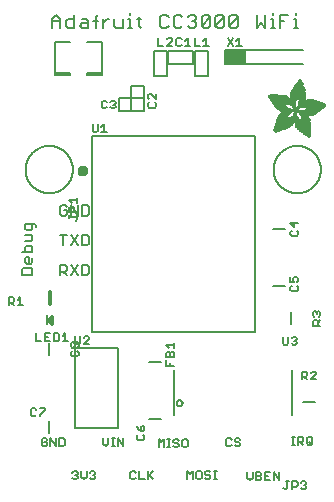
<source format=gbr>
G04 EAGLE Gerber RS-274X export*
G75*
%MOMM*%
%FSLAX34Y34*%
%LPD*%
%INSilkscreen Top*%
%IPPOS*%
%AMOC8*
5,1,8,0,0,1.08239X$1,22.5*%
G01*
%ADD10C,0.127000*%
%ADD11C,0.203200*%
%ADD12C,0.152400*%
%ADD13C,0.406400*%
%ADD14R,0.068600X0.007600*%
%ADD15R,0.114300X0.007600*%
%ADD16R,0.152400X0.007700*%
%ADD17R,0.182900X0.007600*%
%ADD18R,0.205700X0.007600*%
%ADD19R,0.228600X0.007600*%
%ADD20R,0.259100X0.007600*%
%ADD21R,0.274300X0.007700*%
%ADD22R,0.289500X0.007600*%
%ADD23R,0.304800X0.007600*%
%ADD24R,0.320100X0.007600*%
%ADD25R,0.342900X0.007600*%
%ADD26R,0.350500X0.007700*%
%ADD27R,0.365800X0.007600*%
%ADD28R,0.381000X0.007600*%
%ADD29R,0.388600X0.007600*%
%ADD30R,0.403800X0.007600*%
%ADD31R,0.419100X0.007700*%
%ADD32R,0.426700X0.007600*%
%ADD33R,0.441900X0.007600*%
%ADD34R,0.449600X0.007600*%
%ADD35R,0.464800X0.007600*%
%ADD36R,0.480000X0.007700*%
%ADD37R,0.487600X0.007600*%
%ADD38R,0.495300X0.007600*%
%ADD39R,0.510500X0.007600*%
%ADD40R,0.518100X0.007600*%
%ADD41R,0.525700X0.007700*%
%ADD42R,0.541000X0.007600*%
%ADD43R,0.548600X0.007600*%
%ADD44R,0.563800X0.007600*%
%ADD45R,0.571500X0.007600*%
%ADD46R,0.579100X0.007700*%
%ADD47R,0.594300X0.007600*%
%ADD48R,0.601900X0.007600*%
%ADD49R,0.609600X0.007600*%
%ADD50R,0.624800X0.007600*%
%ADD51R,0.632400X0.007700*%
%ADD52R,0.640000X0.007600*%
%ADD53R,0.655300X0.007600*%
%ADD54R,0.662900X0.007600*%
%ADD55R,0.678100X0.007600*%
%ADD56R,0.685800X0.007700*%
%ADD57R,0.693400X0.007600*%
%ADD58R,0.708600X0.007600*%
%ADD59R,0.716200X0.007600*%
%ADD60R,0.723900X0.007600*%
%ADD61R,0.739100X0.007700*%
%ADD62R,0.746700X0.007600*%
%ADD63R,0.754300X0.007600*%
%ADD64R,0.769600X0.007600*%
%ADD65R,0.777200X0.007600*%
%ADD66R,0.792400X0.007700*%
%ADD67R,0.800100X0.007600*%
%ADD68R,0.807700X0.007600*%
%ADD69R,0.822900X0.007600*%
%ADD70R,0.830500X0.007600*%
%ADD71R,0.838200X0.007700*%
%ADD72R,0.091500X0.007600*%
%ADD73R,0.853400X0.007600*%
%ADD74R,0.144700X0.007600*%
%ADD75R,0.861000X0.007600*%
%ADD76R,0.190500X0.007600*%
%ADD77R,0.876300X0.007600*%
%ADD78R,0.221000X0.007600*%
%ADD79R,0.883900X0.007600*%
%ADD80R,0.259000X0.007700*%
%ADD81R,0.891500X0.007700*%
%ADD82R,0.289600X0.007600*%
%ADD83R,0.906700X0.007600*%
%ADD84R,0.914400X0.007600*%
%ADD85R,0.350500X0.007600*%
%ADD86R,0.922000X0.007600*%
%ADD87R,0.937200X0.007600*%
%ADD88R,0.411400X0.007700*%
%ADD89R,0.944800X0.007700*%
%ADD90R,0.434300X0.007600*%
%ADD91R,0.952500X0.007600*%
%ADD92R,0.464900X0.007600*%
%ADD93R,0.967700X0.007600*%
%ADD94R,0.975300X0.007600*%
%ADD95R,0.518200X0.007600*%
%ADD96R,0.990600X0.007600*%
%ADD97R,0.548600X0.007700*%
%ADD98R,0.998200X0.007700*%
%ADD99R,1.005800X0.007600*%
%ADD100R,0.594400X0.007600*%
%ADD101R,1.021000X0.007600*%
%ADD102R,0.617200X0.007600*%
%ADD103R,1.028700X0.007600*%
%ADD104R,0.647700X0.007600*%
%ADD105R,1.036300X0.007600*%
%ADD106R,0.670500X0.007700*%
%ADD107R,1.051500X0.007700*%
%ADD108R,1.059100X0.007600*%
%ADD109R,0.716300X0.007600*%
%ADD110R,1.066800X0.007600*%
%ADD111R,0.739100X0.007600*%
%ADD112R,1.074400X0.007600*%
%ADD113R,0.762000X0.007600*%
%ADD114R,1.089600X0.007600*%
%ADD115R,0.784800X0.007700*%
%ADD116R,1.097200X0.007700*%
%ADD117R,1.104900X0.007600*%
%ADD118R,0.830600X0.007600*%
%ADD119R,1.112500X0.007600*%
%ADD120R,0.845800X0.007600*%
%ADD121R,1.120100X0.007600*%
%ADD122R,0.868700X0.007600*%
%ADD123R,1.127700X0.007600*%
%ADD124R,1.135300X0.007700*%
%ADD125R,1.143000X0.007600*%
%ADD126R,0.944900X0.007600*%
%ADD127R,1.150600X0.007600*%
%ADD128R,0.960100X0.007600*%
%ADD129R,1.158200X0.007600*%
%ADD130R,0.983000X0.007600*%
%ADD131R,1.165800X0.007600*%
%ADD132R,1.005900X0.007700*%
%ADD133R,1.173400X0.007700*%
%ADD134R,1.021100X0.007600*%
%ADD135R,1.181100X0.007600*%
%ADD136R,1.044000X0.007600*%
%ADD137R,1.188700X0.007600*%
%ADD138R,1.196300X0.007600*%
%ADD139R,1.082000X0.007600*%
%ADD140R,1.203900X0.007600*%
%ADD141R,1.104900X0.007700*%
%ADD142R,1.211500X0.007700*%
%ADD143R,1.211500X0.007600*%
%ADD144R,1.219200X0.007600*%
%ADD145R,1.226800X0.007600*%
%ADD146R,1.234400X0.007600*%
%ADD147R,1.188700X0.007700*%
%ADD148R,1.242000X0.007700*%
%ADD149R,1.242000X0.007600*%
%ADD150R,1.211600X0.007600*%
%ADD151R,1.249600X0.007600*%
%ADD152R,1.257300X0.007600*%
%ADD153R,1.264900X0.007600*%
%ADD154R,1.242100X0.007700*%
%ADD155R,1.264900X0.007700*%
%ADD156R,1.272500X0.007600*%
%ADD157R,1.265000X0.007600*%
%ADD158R,1.280100X0.007600*%
%ADD159R,1.272600X0.007600*%
%ADD160R,1.287700X0.007600*%
%ADD161R,1.287800X0.007600*%
%ADD162R,1.295400X0.007700*%
%ADD163R,1.303000X0.007600*%
%ADD164R,1.318200X0.007600*%
%ADD165R,1.310600X0.007600*%
%ADD166R,1.325900X0.007600*%
%ADD167R,1.341100X0.007700*%
%ADD168R,1.318200X0.007700*%
%ADD169R,1.341100X0.007600*%
%ADD170R,1.325800X0.007600*%
%ADD171R,1.348700X0.007600*%
%ADD172R,1.364000X0.007600*%
%ADD173R,1.333500X0.007600*%
%ADD174R,1.371600X0.007700*%
%ADD175R,1.379200X0.007600*%
%ADD176R,1.379300X0.007600*%
%ADD177R,1.386900X0.007600*%
%ADD178R,1.394500X0.007600*%
%ADD179R,1.356300X0.007600*%
%ADD180R,1.394400X0.007700*%
%ADD181R,1.356300X0.007700*%
%ADD182R,1.402000X0.007600*%
%ADD183R,1.409700X0.007600*%
%ADD184R,1.363900X0.007600*%
%ADD185R,1.417300X0.007600*%
%ADD186R,1.371600X0.007600*%
%ADD187R,1.424900X0.007700*%
%ADD188R,1.424900X0.007600*%
%ADD189R,1.432600X0.007600*%
%ADD190R,1.440200X0.007600*%
%ADD191R,1.386800X0.007600*%
%ADD192R,1.447800X0.007700*%
%ADD193R,1.386800X0.007700*%
%ADD194R,1.447800X0.007600*%
%ADD195R,1.455500X0.007600*%
%ADD196R,1.394400X0.007600*%
%ADD197R,1.463100X0.007600*%
%ADD198R,1.455400X0.007700*%
%ADD199R,1.463000X0.007600*%
%ADD200R,1.470600X0.007600*%
%ADD201R,1.470600X0.007700*%
%ADD202R,1.409700X0.007700*%
%ADD203R,1.470700X0.007600*%
%ADD204R,1.402100X0.007600*%
%ADD205R,1.478300X0.007600*%
%ADD206R,1.478300X0.007700*%
%ADD207R,1.402100X0.007700*%
%ADD208R,1.485900X0.007600*%
%ADD209R,1.485900X0.007700*%
%ADD210R,1.493500X0.007700*%
%ADD211R,1.493500X0.007600*%
%ADD212R,1.394500X0.007700*%
%ADD213R,1.493600X0.007700*%
%ADD214R,1.386900X0.007700*%
%ADD215R,1.379200X0.007700*%
%ADD216R,2.857500X0.007700*%
%ADD217R,2.857500X0.007600*%
%ADD218R,2.849900X0.007600*%
%ADD219R,2.842300X0.007600*%
%ADD220R,2.834700X0.007700*%
%ADD221R,2.827000X0.007600*%
%ADD222R,2.819400X0.007600*%
%ADD223R,2.811800X0.007600*%
%ADD224R,2.811800X0.007700*%
%ADD225R,2.804100X0.007600*%
%ADD226R,2.796500X0.007600*%
%ADD227R,1.966000X0.007600*%
%ADD228R,1.943100X0.007600*%
%ADD229R,0.754400X0.007600*%
%ADD230R,1.927900X0.007700*%
%ADD231R,0.746700X0.007700*%
%ADD232R,1.912600X0.007600*%
%ADD233R,0.731500X0.007600*%
%ADD234R,1.905000X0.007600*%
%ADD235R,1.882200X0.007600*%
%ADD236R,1.874600X0.007600*%
%ADD237R,1.866900X0.007700*%
%ADD238R,0.708700X0.007700*%
%ADD239R,1.851600X0.007600*%
%ADD240R,0.701100X0.007600*%
%ADD241R,1.844000X0.007600*%
%ADD242R,1.836400X0.007600*%
%ADD243R,1.821200X0.007600*%
%ADD244R,0.685800X0.007600*%
%ADD245R,1.813500X0.007700*%
%ADD246R,1.805900X0.007600*%
%ADD247R,0.678200X0.007600*%
%ADD248R,1.790700X0.007600*%
%ADD249R,0.670600X0.007600*%
%ADD250R,1.775500X0.007600*%
%ADD251R,1.767900X0.007700*%
%ADD252R,0.663000X0.007700*%
%ADD253R,1.760200X0.007600*%
%ADD254R,1.752600X0.007600*%
%ADD255R,0.937300X0.007600*%
%ADD256R,0.792500X0.007600*%
%ADD257R,0.899100X0.007600*%
%ADD258R,0.883900X0.007700*%
%ADD259R,0.716300X0.007700*%
%ADD260R,0.647700X0.007700*%
%ADD261R,0.640100X0.007600*%
%ADD262R,0.632500X0.007600*%
%ADD263R,0.655400X0.007600*%
%ADD264R,0.632400X0.007600*%
%ADD265R,0.845800X0.007700*%
%ADD266R,0.617200X0.007700*%
%ADD267R,0.624800X0.007700*%
%ADD268R,0.602000X0.007600*%
%ADD269R,0.838200X0.007600*%
%ADD270R,0.586700X0.007600*%
%ADD271R,0.548700X0.007600*%
%ADD272R,0.830500X0.007700*%
%ADD273R,0.541000X0.007700*%
%ADD274R,0.594300X0.007700*%
%ADD275R,0.525800X0.007600*%
%ADD276R,0.586800X0.007600*%
%ADD277R,0.815300X0.007600*%
%ADD278R,0.579200X0.007600*%
%ADD279R,0.815400X0.007600*%
%ADD280R,0.815400X0.007700*%
%ADD281R,0.571500X0.007700*%
%ADD282R,0.807800X0.007600*%
%ADD283R,0.563900X0.007600*%
%ADD284R,0.457200X0.007600*%
%ADD285R,0.442000X0.007600*%
%ADD286R,0.556300X0.007600*%
%ADD287R,0.807700X0.007700*%
%ADD288R,0.411500X0.007600*%
%ADD289R,0.533400X0.007600*%
%ADD290R,0.076200X0.007600*%
%ADD291R,0.403900X0.007600*%
%ADD292R,0.525700X0.007600*%
%ADD293R,0.388700X0.007600*%
%ADD294R,0.297200X0.007600*%
%ADD295R,0.373400X0.007700*%
%ADD296R,0.503000X0.007700*%
%ADD297R,0.426800X0.007700*%
%ADD298R,0.358100X0.007600*%
%ADD299R,0.502900X0.007600*%
%ADD300R,0.472400X0.007600*%
%ADD301R,0.487700X0.007600*%
%ADD302R,0.335300X0.007600*%
%ADD303R,0.792500X0.007700*%
%ADD304R,0.327600X0.007700*%
%ADD305R,0.472400X0.007700*%
%ADD306R,0.640000X0.007700*%
%ADD307R,0.784800X0.007600*%
%ADD308R,0.320000X0.007600*%
%ADD309R,0.792400X0.007600*%
%ADD310R,1.173400X0.007600*%
%ADD311R,1.196400X0.007600*%
%ADD312R,0.784900X0.007600*%
%ADD313R,0.784900X0.007700*%
%ADD314R,0.297200X0.007700*%
%ADD315R,1.249700X0.007600*%
%ADD316R,0.281900X0.007600*%
%ADD317R,1.295400X0.007600*%
%ADD318R,0.266700X0.007600*%
%ADD319R,0.777300X0.007700*%
%ADD320R,0.266700X0.007700*%
%ADD321R,1.333500X0.007700*%
%ADD322R,0.777300X0.007600*%
%ADD323R,1.348800X0.007600*%
%ADD324R,0.251500X0.007600*%
%ADD325R,0.243900X0.007700*%
%ADD326R,0.243900X0.007600*%
%ADD327R,1.440100X0.007600*%
%ADD328R,0.236200X0.007600*%
%ADD329R,0.762000X0.007700*%
%ADD330R,0.236200X0.007700*%
%ADD331R,1.508700X0.007700*%
%ADD332R,1.531600X0.007600*%
%ADD333R,1.546900X0.007600*%
%ADD334R,1.569700X0.007600*%
%ADD335R,1.585000X0.007600*%
%ADD336R,0.746800X0.007700*%
%ADD337R,1.607800X0.007700*%
%ADD338R,0.243800X0.007600*%
%ADD339R,1.630700X0.007600*%
%ADD340R,1.653500X0.007600*%
%ADD341R,0.739200X0.007600*%
%ADD342R,1.684000X0.007600*%
%ADD343R,2.019300X0.007600*%
%ADD344R,0.731500X0.007700*%
%ADD345R,2.026900X0.007700*%
%ADD346R,2.049800X0.007600*%
%ADD347R,2.057400X0.007600*%
%ADD348R,0.708700X0.007600*%
%ADD349R,2.072600X0.007600*%
%ADD350R,0.701000X0.007600*%
%ADD351R,2.095500X0.007600*%
%ADD352R,0.693500X0.007700*%
%ADD353R,2.110800X0.007700*%
%ADD354R,2.141200X0.007600*%
%ADD355R,0.060900X0.007600*%
%ADD356R,2.872700X0.007600*%
%ADD357R,3.124200X0.007600*%
%ADD358R,3.177600X0.007600*%
%ADD359R,3.215600X0.007700*%
%ADD360R,3.253700X0.007600*%
%ADD361R,3.284300X0.007600*%
%ADD362R,3.314700X0.007600*%
%ADD363R,3.352800X0.007600*%
%ADD364R,3.375600X0.007700*%
%ADD365R,3.406200X0.007600*%
%ADD366R,3.429000X0.007600*%
%ADD367R,3.451800X0.007600*%
%ADD368R,3.482400X0.007600*%
%ADD369R,1.828800X0.007700*%
%ADD370R,1.539300X0.007700*%
%ADD371R,1.767900X0.007600*%
%ADD372R,1.767800X0.007600*%
%ADD373R,1.760200X0.007700*%
%ADD374R,1.760300X0.007600*%
%ADD375R,1.775400X0.007700*%
%ADD376R,1.379300X0.007700*%
%ADD377R,1.783000X0.007600*%
%ADD378R,1.813500X0.007600*%
%ADD379R,1.821100X0.007700*%
%ADD380R,0.503000X0.007600*%
%ADD381R,1.135400X0.007600*%
%ADD382R,1.127700X0.007700*%
%ADD383R,0.487700X0.007700*%
%ADD384R,1.120200X0.007600*%
%ADD385R,1.097300X0.007600*%
%ADD386R,0.510600X0.007600*%
%ADD387R,1.074400X0.007700*%
%ADD388R,0.525800X0.007700*%
%ADD389R,1.440200X0.007700*%
%ADD390R,1.059200X0.007600*%
%ADD391R,1.051600X0.007600*%
%ADD392R,1.051500X0.007600*%
%ADD393R,1.043900X0.007700*%
%ADD394R,0.602000X0.007700*%
%ADD395R,1.524000X0.007600*%
%ADD396R,1.539300X0.007600*%
%ADD397R,1.592600X0.007600*%
%ADD398R,1.021100X0.007700*%
%ADD399R,1.615400X0.007700*%
%ADD400R,1.013400X0.007600*%
%ADD401R,1.653600X0.007600*%
%ADD402R,1.013500X0.007600*%
%ADD403R,1.699300X0.007600*%
%ADD404R,2.743200X0.007600*%
%ADD405R,1.005900X0.007600*%
%ADD406R,2.415500X0.007600*%
%ADD407R,1.005800X0.007700*%
%ADD408R,0.281900X0.007700*%
%ADD409R,2.408000X0.007700*%
%ADD410R,2.407900X0.007600*%
%ADD411R,0.998200X0.007600*%
%ADD412R,0.282000X0.007600*%
%ADD413R,0.998300X0.007600*%
%ADD414R,2.400300X0.007600*%
%ADD415R,0.289500X0.007700*%
%ADD416R,2.400300X0.007700*%
%ADD417R,0.297100X0.007600*%
%ADD418R,0.312400X0.007600*%
%ADD419R,2.392700X0.007600*%
%ADD420R,0.990600X0.007700*%
%ADD421R,0.327700X0.007700*%
%ADD422R,2.392700X0.007700*%
%ADD423R,2.385100X0.007600*%
%ADD424R,0.381000X0.007700*%
%ADD425R,2.377400X0.007700*%
%ADD426R,2.377400X0.007600*%
%ADD427R,2.369800X0.007600*%
%ADD428R,0.419100X0.007600*%
%ADD429R,2.362200X0.007600*%
%ADD430R,0.426800X0.007600*%
%ADD431R,1.036300X0.007700*%
%ADD432R,0.442000X0.007700*%
%ADD433R,2.354600X0.007700*%
%ADD434R,2.354600X0.007600*%
%ADD435R,0.480100X0.007600*%
%ADD436R,2.347000X0.007600*%
%ADD437R,1.074500X0.007600*%
%ADD438R,2.339400X0.007600*%
%ADD439R,1.082100X0.007700*%
%ADD440R,0.548700X0.007700*%
%ADD441R,2.331800X0.007700*%
%ADD442R,2.331800X0.007600*%
%ADD443R,0.624900X0.007600*%
%ADD444R,2.324100X0.007600*%
%ADD445R,1.859300X0.007600*%
%ADD446R,2.308800X0.007600*%
%ADD447R,2.301200X0.007700*%
%ADD448R,2.301200X0.007600*%
%ADD449R,2.293600X0.007600*%
%ADD450R,2.278400X0.007600*%
%ADD451R,1.889800X0.007600*%
%ADD452R,2.270700X0.007600*%
%ADD453R,1.897400X0.007700*%
%ADD454R,2.255500X0.007700*%
%ADD455R,1.897400X0.007600*%
%ADD456R,2.247900X0.007600*%
%ADD457R,2.232600X0.007600*%
%ADD458R,1.912700X0.007600*%
%ADD459R,2.209800X0.007600*%
%ADD460R,1.920300X0.007600*%
%ADD461R,2.186900X0.007600*%
%ADD462R,1.920300X0.007700*%
%ADD463R,2.171700X0.007700*%
%ADD464R,1.935500X0.007600*%
%ADD465R,2.148800X0.007600*%
%ADD466R,2.126000X0.007600*%
%ADD467R,1.950700X0.007600*%
%ADD468R,1.958400X0.007700*%
%ADD469R,2.042200X0.007700*%
%ADD470R,1.973600X0.007600*%
%ADD471R,1.996500X0.007600*%
%ADD472R,1.981200X0.007600*%
%ADD473R,1.988800X0.007600*%
%ADD474R,1.996400X0.007700*%
%ADD475R,1.996400X0.007600*%
%ADD476R,2.004100X0.007600*%
%ADD477R,1.874500X0.007600*%
%ADD478R,1.425000X0.007600*%
%ADD479R,2.026900X0.007600*%
%ADD480R,0.434400X0.007700*%
%ADD481R,1.364000X0.007700*%
%ADD482R,2.034500X0.007600*%
%ADD483R,0.434400X0.007600*%
%ADD484R,2.049700X0.007600*%
%ADD485R,2.065000X0.007700*%
%ADD486R,0.464800X0.007700*%
%ADD487R,1.196300X0.007700*%
%ADD488R,2.080300X0.007600*%
%ADD489R,1.158300X0.007600*%
%ADD490R,2.087900X0.007600*%
%ADD491R,0.472500X0.007600*%
%ADD492R,2.103100X0.007600*%
%ADD493R,2.118400X0.007600*%
%ADD494R,2.133600X0.007600*%
%ADD495R,2.148800X0.007700*%
%ADD496R,2.164000X0.007600*%
%ADD497R,2.171700X0.007600*%
%ADD498R,2.187000X0.007600*%
%ADD499R,0.556200X0.007600*%
%ADD500R,2.202200X0.007700*%
%ADD501R,0.556200X0.007700*%
%ADD502R,0.640100X0.007700*%
%ADD503R,0.579100X0.007600*%
%ADD504R,0.480000X0.007600*%
%ADD505R,1.752600X0.007700*%
%ADD506R,0.487600X0.007700*%
%ADD507R,0.594400X0.007700*%
%ADD508R,0.358100X0.007700*%
%ADD509R,0.099000X0.007600*%
%ADD510R,1.280200X0.007600*%
%ADD511R,1.745000X0.007600*%
%ADD512R,1.744900X0.007600*%
%ADD513R,1.737300X0.007700*%
%ADD514R,1.737400X0.007600*%
%ADD515R,1.729800X0.007600*%
%ADD516R,1.722200X0.007600*%
%ADD517R,1.722100X0.007600*%
%ADD518R,1.714500X0.007700*%
%ADD519R,1.356400X0.007700*%
%ADD520R,1.706900X0.007600*%
%ADD521R,1.356400X0.007600*%
%ADD522R,1.691700X0.007600*%
%ADD523R,1.668800X0.007700*%
%ADD524R,1.645900X0.007600*%
%ADD525R,1.623100X0.007600*%
%ADD526R,1.577400X0.007600*%
%ADD527R,1.554400X0.007600*%
%ADD528R,1.539200X0.007600*%
%ADD529R,1.524000X0.007700*%
%ADD530R,1.501100X0.007600*%
%ADD531R,1.455400X0.007600*%
%ADD532R,1.348800X0.007700*%
%ADD533R,1.318300X0.007600*%
%ADD534R,1.310600X0.007700*%
%ADD535R,1.287800X0.007700*%
%ADD536R,1.234500X0.007600*%
%ADD537R,1.226900X0.007600*%
%ADD538R,1.173500X0.007700*%
%ADD539R,1.173500X0.007600*%
%ADD540R,1.165900X0.007600*%
%ADD541R,1.143000X0.007700*%
%ADD542R,1.127800X0.007600*%
%ADD543R,1.097200X0.007600*%
%ADD544R,1.028700X0.007700*%
%ADD545R,0.982900X0.007600*%
%ADD546R,0.952500X0.007700*%
%ADD547R,0.929600X0.007600*%
%ADD548R,0.906800X0.007700*%
%ADD549R,0.906800X0.007600*%
%ADD550R,0.899200X0.007600*%
%ADD551R,0.884000X0.007600*%
%ADD552R,0.876300X0.007700*%
%ADD553R,0.830600X0.007700*%
%ADD554R,0.754400X0.007700*%
%ADD555R,0.746800X0.007600*%
%ADD556R,0.708600X0.007700*%
%ADD557R,0.678200X0.007700*%
%ADD558R,0.663000X0.007600*%
%ADD559R,0.632500X0.007700*%
%ADD560R,0.556300X0.007700*%
%ADD561R,0.518200X0.007700*%
%ADD562R,0.434300X0.007700*%
%ADD563R,0.396300X0.007700*%
%ADD564R,0.373300X0.007600*%
%ADD565R,0.365700X0.007600*%
%ADD566R,0.327700X0.007600*%
%ADD567R,0.304800X0.007700*%
%ADD568R,0.274300X0.007600*%
%ADD569R,0.243800X0.007700*%
%ADD570R,0.205800X0.007600*%
%ADD571R,0.152400X0.007600*%
%ADD572R,0.121900X0.007700*%
%ADD573R,0.190500X0.889000*%
%ADD574C,0.304800*%

G36*
X190985Y353377D02*
X190985Y353377D01*
X191051Y353379D01*
X191094Y353397D01*
X191141Y353405D01*
X191198Y353439D01*
X191258Y353464D01*
X191293Y353495D01*
X191334Y353520D01*
X191376Y353571D01*
X191424Y353615D01*
X191446Y353657D01*
X191475Y353694D01*
X191496Y353756D01*
X191527Y353815D01*
X191535Y353869D01*
X191547Y353906D01*
X191546Y353946D01*
X191554Y354000D01*
X191554Y366000D01*
X191543Y366065D01*
X191541Y366131D01*
X191523Y366174D01*
X191515Y366221D01*
X191481Y366278D01*
X191456Y366338D01*
X191425Y366373D01*
X191400Y366414D01*
X191349Y366456D01*
X191305Y366504D01*
X191263Y366526D01*
X191226Y366555D01*
X191164Y366576D01*
X191105Y366607D01*
X191051Y366615D01*
X191014Y366627D01*
X190974Y366626D01*
X190920Y366634D01*
X173920Y366634D01*
X173855Y366623D01*
X173789Y366621D01*
X173746Y366603D01*
X173699Y366595D01*
X173642Y366561D01*
X173582Y366536D01*
X173547Y366505D01*
X173506Y366480D01*
X173465Y366429D01*
X173416Y366385D01*
X173394Y366343D01*
X173365Y366306D01*
X173344Y366244D01*
X173313Y366185D01*
X173305Y366131D01*
X173293Y366094D01*
X173294Y366054D01*
X173286Y366000D01*
X173286Y354000D01*
X173297Y353935D01*
X173299Y353869D01*
X173317Y353826D01*
X173325Y353779D01*
X173359Y353722D01*
X173384Y353662D01*
X173415Y353627D01*
X173440Y353586D01*
X173491Y353545D01*
X173535Y353496D01*
X173577Y353474D01*
X173614Y353445D01*
X173676Y353424D01*
X173735Y353393D01*
X173789Y353385D01*
X173826Y353373D01*
X173866Y353374D01*
X173920Y353366D01*
X190920Y353366D01*
X190985Y353377D01*
G37*
G36*
X27962Y132592D02*
X27962Y132592D01*
X27979Y132590D01*
X28082Y132612D01*
X28187Y132630D01*
X28202Y132638D01*
X28220Y132642D01*
X28310Y132696D01*
X28404Y132746D01*
X28416Y132759D01*
X28431Y132768D01*
X28500Y132848D01*
X28572Y132925D01*
X28579Y132942D01*
X28591Y132955D01*
X28630Y133053D01*
X28674Y133149D01*
X28676Y133167D01*
X28683Y133183D01*
X28701Y133350D01*
X28701Y140970D01*
X28699Y140987D01*
X28700Y141002D01*
X28700Y141005D01*
X28679Y141109D01*
X28662Y141213D01*
X28653Y141228D01*
X28650Y141246D01*
X28596Y141337D01*
X28546Y141430D01*
X28534Y141442D01*
X28525Y141458D01*
X28445Y141527D01*
X28368Y141600D01*
X28352Y141607D01*
X28338Y141619D01*
X28241Y141659D01*
X28145Y141703D01*
X28127Y141705D01*
X28111Y141712D01*
X28005Y141719D01*
X27901Y141730D01*
X27883Y141726D01*
X27865Y141728D01*
X27763Y141700D01*
X27690Y141684D01*
X27687Y141684D01*
X27660Y141678D01*
X27645Y141669D01*
X27628Y141664D01*
X27483Y141579D01*
X22403Y137769D01*
X22400Y137766D01*
X22397Y137764D01*
X22315Y137677D01*
X22233Y137592D01*
X22231Y137588D01*
X22228Y137585D01*
X22178Y137476D01*
X22128Y137369D01*
X22128Y137365D01*
X22126Y137361D01*
X22113Y137243D01*
X22100Y137125D01*
X22100Y137121D01*
X22100Y137116D01*
X22126Y137000D01*
X22151Y136884D01*
X22153Y136880D01*
X22154Y136876D01*
X22215Y136774D01*
X22276Y136672D01*
X22279Y136669D01*
X22281Y136666D01*
X22403Y136551D01*
X27483Y132741D01*
X27499Y132733D01*
X27512Y132721D01*
X27608Y132676D01*
X27701Y132627D01*
X27719Y132624D01*
X27735Y132617D01*
X27840Y132605D01*
X27944Y132589D01*
X27962Y132592D01*
G37*
D10*
X23211Y36355D02*
X22067Y37499D01*
X19779Y37499D01*
X18635Y36355D01*
X18635Y31779D01*
X19779Y30635D01*
X22067Y30635D01*
X23211Y31779D01*
X23211Y34067D01*
X20923Y34067D01*
X26119Y30635D02*
X26119Y37499D01*
X30695Y30635D01*
X30695Y37499D01*
X33603Y37499D02*
X33603Y30635D01*
X37035Y30635D01*
X38179Y31779D01*
X38179Y36355D01*
X37035Y37499D01*
X33603Y37499D01*
X45779Y9499D02*
X44635Y8355D01*
X45779Y9499D02*
X48067Y9499D01*
X49211Y8355D01*
X49211Y7211D01*
X48067Y6067D01*
X46923Y6067D01*
X48067Y6067D02*
X49211Y4923D01*
X49211Y3779D01*
X48067Y2635D01*
X45779Y2635D01*
X44635Y3779D01*
X52119Y4923D02*
X52119Y9499D01*
X52119Y4923D02*
X54407Y2635D01*
X56695Y4923D01*
X56695Y9499D01*
X59603Y8355D02*
X60747Y9499D01*
X63035Y9499D01*
X64179Y8355D01*
X64179Y7211D01*
X63035Y6067D01*
X61891Y6067D01*
X63035Y6067D02*
X64179Y4923D01*
X64179Y3779D01*
X63035Y2635D01*
X60747Y2635D01*
X59603Y3779D01*
X70635Y32923D02*
X70635Y37499D01*
X70635Y32923D02*
X72923Y30635D01*
X75211Y32923D01*
X75211Y37499D01*
X78119Y30635D02*
X80407Y30635D01*
X79263Y30635D02*
X79263Y37499D01*
X78119Y37499D02*
X80407Y37499D01*
X83109Y37499D02*
X83109Y30635D01*
X87685Y30635D02*
X83109Y37499D01*
X87685Y37499D02*
X87685Y30635D01*
X178267Y37439D02*
X179411Y36295D01*
X178267Y37439D02*
X175979Y37439D01*
X174835Y36295D01*
X174835Y31719D01*
X175979Y30575D01*
X178267Y30575D01*
X179411Y31719D01*
X185751Y37439D02*
X186895Y36295D01*
X185751Y37439D02*
X183463Y37439D01*
X182319Y36295D01*
X182319Y35151D01*
X183463Y34007D01*
X185751Y34007D01*
X186895Y32863D01*
X186895Y31719D01*
X185751Y30575D01*
X183463Y30575D01*
X182319Y31719D01*
X117635Y29635D02*
X117635Y36499D01*
X119923Y34211D01*
X122211Y36499D01*
X122211Y29635D01*
X125119Y29635D02*
X127407Y29635D01*
X126263Y29635D02*
X126263Y36499D01*
X125119Y36499D02*
X127407Y36499D01*
X133541Y36499D02*
X134685Y35355D01*
X133541Y36499D02*
X131253Y36499D01*
X130109Y35355D01*
X130109Y34211D01*
X131253Y33067D01*
X133541Y33067D01*
X134685Y31923D01*
X134685Y30779D01*
X133541Y29635D01*
X131253Y29635D01*
X130109Y30779D01*
X138737Y36499D02*
X141025Y36499D01*
X138737Y36499D02*
X137593Y35355D01*
X137593Y30779D01*
X138737Y29635D01*
X141025Y29635D01*
X142169Y30779D01*
X142169Y35355D01*
X141025Y36499D01*
X230455Y31845D02*
X232743Y31845D01*
X231599Y31845D02*
X231599Y38709D01*
X230455Y38709D02*
X232743Y38709D01*
X235444Y38709D02*
X235444Y31845D01*
X235444Y38709D02*
X238876Y38709D01*
X240020Y37565D01*
X240020Y35277D01*
X238876Y34133D01*
X235444Y34133D01*
X237732Y34133D02*
X240020Y31845D01*
X242929Y32989D02*
X242929Y37565D01*
X244073Y38709D01*
X246361Y38709D01*
X247505Y37565D01*
X247505Y32989D01*
X246361Y31845D01*
X244073Y31845D01*
X242929Y32989D01*
X245217Y34133D02*
X247505Y31845D01*
X141965Y9829D02*
X141965Y2965D01*
X144253Y7541D02*
X141965Y9829D01*
X144253Y7541D02*
X146541Y9829D01*
X146541Y2965D01*
X150593Y9829D02*
X152881Y9829D01*
X150593Y9829D02*
X149449Y8685D01*
X149449Y4109D01*
X150593Y2965D01*
X152881Y2965D01*
X154025Y4109D01*
X154025Y8685D01*
X152881Y9829D01*
X160365Y9829D02*
X161509Y8685D01*
X160365Y9829D02*
X158077Y9829D01*
X156933Y8685D01*
X156933Y7541D01*
X158077Y6397D01*
X160365Y6397D01*
X161509Y5253D01*
X161509Y4109D01*
X160365Y2965D01*
X158077Y2965D01*
X156933Y4109D01*
X164417Y2965D02*
X166705Y2965D01*
X165561Y2965D02*
X165561Y9829D01*
X164417Y9829D02*
X166705Y9829D01*
X98341Y8355D02*
X97197Y9499D01*
X94909Y9499D01*
X93765Y8355D01*
X93765Y3779D01*
X94909Y2635D01*
X97197Y2635D01*
X98341Y3779D01*
X101249Y2635D02*
X101249Y9499D01*
X101249Y2635D02*
X105825Y2635D01*
X108733Y2635D02*
X108733Y9499D01*
X108733Y4923D02*
X113309Y9499D01*
X109877Y6067D02*
X113309Y2635D01*
X192615Y3983D02*
X192615Y8559D01*
X192615Y3983D02*
X194903Y1695D01*
X197191Y3983D01*
X197191Y8559D01*
X200099Y8559D02*
X200099Y1695D01*
X200099Y8559D02*
X203531Y8559D01*
X204675Y7415D01*
X204675Y6271D01*
X203531Y5127D01*
X204675Y3983D01*
X204675Y2839D01*
X203531Y1695D01*
X200099Y1695D01*
X200099Y5127D02*
X203531Y5127D01*
X207583Y8559D02*
X212159Y8559D01*
X207583Y8559D02*
X207583Y1695D01*
X212159Y1695D01*
X209871Y5127D02*
X207583Y5127D01*
X215067Y1695D02*
X215067Y8559D01*
X219643Y1695D01*
X219643Y8559D01*
D11*
X27376Y385096D02*
X27376Y392214D01*
X30935Y395773D01*
X34494Y392214D01*
X34494Y385096D01*
X34494Y390435D02*
X27376Y390435D01*
X46188Y395773D02*
X46188Y385096D01*
X40849Y385096D01*
X39070Y386876D01*
X39070Y390435D01*
X40849Y392214D01*
X46188Y392214D01*
X52543Y392214D02*
X56103Y392214D01*
X57882Y390435D01*
X57882Y385096D01*
X52543Y385096D01*
X50764Y386876D01*
X52543Y388655D01*
X57882Y388655D01*
X64237Y385096D02*
X64237Y393994D01*
X66017Y395773D01*
X66017Y390435D02*
X62458Y390435D01*
X70254Y392214D02*
X70254Y385096D01*
X70254Y388655D02*
X73813Y392214D01*
X75592Y392214D01*
X79999Y392214D02*
X79999Y386876D01*
X81778Y385096D01*
X87117Y385096D01*
X87117Y392214D01*
X91693Y392214D02*
X93472Y392214D01*
X93472Y385096D01*
X91693Y385096D02*
X95252Y385096D01*
X93472Y395773D02*
X93472Y397553D01*
X101268Y393994D02*
X101268Y386876D01*
X103048Y385096D01*
X103048Y392214D02*
X99489Y392214D01*
X124317Y395773D02*
X126097Y393994D01*
X124317Y395773D02*
X120758Y395773D01*
X118979Y393994D01*
X118979Y386876D01*
X120758Y385096D01*
X124317Y385096D01*
X126097Y386876D01*
X136011Y395773D02*
X137791Y393994D01*
X136011Y395773D02*
X132452Y395773D01*
X130673Y393994D01*
X130673Y386876D01*
X132452Y385096D01*
X136011Y385096D01*
X137791Y386876D01*
X142367Y393994D02*
X144146Y395773D01*
X147705Y395773D01*
X149485Y393994D01*
X149485Y392214D01*
X147705Y390435D01*
X145926Y390435D01*
X147705Y390435D02*
X149485Y388655D01*
X149485Y386876D01*
X147705Y385096D01*
X144146Y385096D01*
X142367Y386876D01*
X154061Y386876D02*
X154061Y393994D01*
X155840Y395773D01*
X159399Y395773D01*
X161179Y393994D01*
X161179Y386876D01*
X159399Y385096D01*
X155840Y385096D01*
X154061Y386876D01*
X161179Y393994D01*
X165755Y393994D02*
X165755Y386876D01*
X165755Y393994D02*
X167534Y395773D01*
X171093Y395773D01*
X172873Y393994D01*
X172873Y386876D01*
X171093Y385096D01*
X167534Y385096D01*
X165755Y386876D01*
X172873Y393994D01*
X177449Y393994D02*
X177449Y386876D01*
X177449Y393994D02*
X179228Y395773D01*
X182787Y395773D01*
X184567Y393994D01*
X184567Y386876D01*
X182787Y385096D01*
X179228Y385096D01*
X177449Y386876D01*
X184567Y393994D01*
X200837Y395773D02*
X200837Y385096D01*
X204396Y388655D01*
X207955Y385096D01*
X207955Y395773D01*
X212530Y392214D02*
X214310Y392214D01*
X214310Y385096D01*
X212530Y385096D02*
X216090Y385096D01*
X214310Y395773D02*
X214310Y397553D01*
X220326Y395773D02*
X220326Y385096D01*
X220326Y395773D02*
X227445Y395773D01*
X223885Y390435D02*
X220326Y390435D01*
X232020Y392214D02*
X233800Y392214D01*
X233800Y385096D01*
X235579Y385096D02*
X232020Y385096D01*
X233800Y395773D02*
X233800Y397553D01*
D12*
X36913Y209405D02*
X36913Y200762D01*
X34032Y209405D02*
X39794Y209405D01*
X43387Y209405D02*
X49149Y200762D01*
X43387Y200762D02*
X49149Y209405D01*
X52742Y209405D02*
X52742Y200762D01*
X57064Y200762D01*
X58505Y202203D01*
X58505Y207965D01*
X57064Y209405D01*
X52742Y209405D01*
X34032Y184135D02*
X34032Y175492D01*
X34032Y184135D02*
X38354Y184135D01*
X39794Y182695D01*
X39794Y179814D01*
X38354Y178373D01*
X34032Y178373D01*
X36913Y178373D02*
X39794Y175492D01*
X49149Y175492D02*
X43387Y184135D01*
X49149Y184135D02*
X43387Y175492D01*
X52742Y175492D02*
X52742Y184135D01*
X52742Y175492D02*
X57064Y175492D01*
X58505Y176933D01*
X58505Y182695D01*
X57064Y184135D01*
X52742Y184135D01*
X40064Y233165D02*
X38624Y234605D01*
X35743Y234605D01*
X34302Y233165D01*
X34302Y227403D01*
X35743Y225962D01*
X38624Y225962D01*
X40064Y227403D01*
X40064Y230284D01*
X37183Y230284D01*
X43657Y234605D02*
X43657Y225962D01*
X49419Y225962D02*
X43657Y234605D01*
X49419Y234605D02*
X49419Y225962D01*
X53012Y225962D02*
X53012Y234605D01*
X53012Y225962D02*
X57334Y225962D01*
X58775Y227403D01*
X58775Y233165D01*
X57334Y234605D01*
X53012Y234605D01*
X10668Y176022D02*
X2025Y176022D01*
X10668Y176022D02*
X10668Y180344D01*
X9227Y181784D01*
X3465Y181784D01*
X2025Y180344D01*
X2025Y176022D01*
X10668Y186818D02*
X10668Y189699D01*
X10668Y186818D02*
X9227Y185377D01*
X6346Y185377D01*
X4906Y186818D01*
X4906Y189699D01*
X6346Y191139D01*
X7787Y191139D01*
X7787Y185377D01*
X10668Y194732D02*
X2025Y194732D01*
X10668Y194732D02*
X10668Y199054D01*
X9227Y200495D01*
X6346Y200495D01*
X4906Y199054D01*
X4906Y194732D01*
X4906Y204088D02*
X9227Y204088D01*
X10668Y205528D01*
X10668Y209850D01*
X4906Y209850D01*
X13549Y216324D02*
X13549Y217764D01*
X12109Y219205D01*
X4906Y219205D01*
X4906Y214883D01*
X6346Y213443D01*
X9227Y213443D01*
X10668Y214883D01*
X10668Y219205D01*
D10*
X61000Y293000D02*
X199000Y293000D01*
X199000Y127000D01*
X61000Y127000D01*
X61000Y293000D01*
D13*
X50764Y264000D02*
X50766Y264094D01*
X50772Y264188D01*
X50782Y264282D01*
X50796Y264375D01*
X50814Y264468D01*
X50835Y264560D01*
X50861Y264650D01*
X50890Y264740D01*
X50923Y264828D01*
X50960Y264915D01*
X51000Y265000D01*
X51044Y265084D01*
X51092Y265165D01*
X51142Y265245D01*
X51197Y265322D01*
X51254Y265397D01*
X51314Y265469D01*
X51378Y265539D01*
X51444Y265606D01*
X51513Y265670D01*
X51585Y265731D01*
X51659Y265789D01*
X51736Y265844D01*
X51815Y265896D01*
X51896Y265944D01*
X51979Y265989D01*
X52063Y266030D01*
X52150Y266068D01*
X52238Y266102D01*
X52327Y266132D01*
X52417Y266159D01*
X52509Y266181D01*
X52601Y266200D01*
X52695Y266215D01*
X52788Y266226D01*
X52882Y266233D01*
X52976Y266236D01*
X53071Y266235D01*
X53165Y266230D01*
X53259Y266221D01*
X53352Y266208D01*
X53445Y266191D01*
X53537Y266171D01*
X53628Y266146D01*
X53718Y266118D01*
X53806Y266086D01*
X53894Y266050D01*
X53979Y266010D01*
X54063Y265967D01*
X54145Y265921D01*
X54225Y265871D01*
X54303Y265817D01*
X54378Y265761D01*
X54451Y265701D01*
X54522Y265638D01*
X54589Y265573D01*
X54654Y265504D01*
X54716Y265433D01*
X54775Y265360D01*
X54831Y265284D01*
X54883Y265205D01*
X54932Y265125D01*
X54978Y265042D01*
X55020Y264958D01*
X55059Y264872D01*
X55094Y264784D01*
X55125Y264695D01*
X55153Y264605D01*
X55176Y264514D01*
X55196Y264422D01*
X55212Y264329D01*
X55224Y264235D01*
X55232Y264141D01*
X55236Y264047D01*
X55236Y263953D01*
X55232Y263859D01*
X55224Y263765D01*
X55212Y263671D01*
X55196Y263578D01*
X55176Y263486D01*
X55153Y263395D01*
X55125Y263305D01*
X55094Y263216D01*
X55059Y263128D01*
X55020Y263042D01*
X54978Y262958D01*
X54932Y262875D01*
X54883Y262795D01*
X54831Y262716D01*
X54775Y262640D01*
X54716Y262567D01*
X54654Y262496D01*
X54589Y262427D01*
X54522Y262362D01*
X54451Y262299D01*
X54378Y262239D01*
X54303Y262183D01*
X54225Y262129D01*
X54145Y262079D01*
X54063Y262033D01*
X53979Y261990D01*
X53894Y261950D01*
X53806Y261914D01*
X53718Y261882D01*
X53628Y261854D01*
X53537Y261829D01*
X53445Y261809D01*
X53352Y261792D01*
X53259Y261779D01*
X53165Y261770D01*
X53071Y261765D01*
X52976Y261764D01*
X52882Y261767D01*
X52788Y261774D01*
X52695Y261785D01*
X52601Y261800D01*
X52509Y261819D01*
X52417Y261841D01*
X52327Y261868D01*
X52238Y261898D01*
X52150Y261932D01*
X52063Y261970D01*
X51979Y262011D01*
X51896Y262056D01*
X51815Y262104D01*
X51736Y262156D01*
X51659Y262211D01*
X51585Y262269D01*
X51513Y262330D01*
X51444Y262394D01*
X51378Y262461D01*
X51314Y262531D01*
X51254Y262603D01*
X51197Y262678D01*
X51142Y262755D01*
X51092Y262835D01*
X51044Y262916D01*
X51000Y263000D01*
X50960Y263085D01*
X50923Y263172D01*
X50890Y263260D01*
X50861Y263350D01*
X50835Y263440D01*
X50814Y263532D01*
X50796Y263625D01*
X50782Y263718D01*
X50772Y263812D01*
X50766Y263906D01*
X50764Y264000D01*
D12*
X61762Y297764D02*
X61762Y303272D01*
X61762Y297764D02*
X62864Y296662D01*
X65067Y296662D01*
X66168Y297764D01*
X66168Y303272D01*
X69246Y301068D02*
X71449Y303272D01*
X71449Y296662D01*
X69246Y296662D02*
X73653Y296662D01*
D10*
X173920Y354000D02*
X239920Y354000D01*
X239920Y366000D02*
X173920Y366000D01*
D12*
X180488Y369732D02*
X176082Y376342D01*
X180488Y376342D02*
X176082Y369732D01*
X183566Y374138D02*
X185769Y376342D01*
X185769Y369732D01*
X183566Y369732D02*
X187973Y369732D01*
D11*
X148363Y365573D02*
X148363Y344427D01*
X148363Y365573D02*
X159476Y365573D01*
X159477Y344427D01*
X148363Y344427D01*
D12*
X148157Y369701D02*
X148157Y376311D01*
X148157Y369701D02*
X152563Y369701D01*
X155641Y374107D02*
X157844Y376311D01*
X157844Y369701D01*
X155641Y369701D02*
X160048Y369701D01*
D11*
X113443Y365573D02*
X113443Y344427D01*
X113443Y365573D02*
X124556Y365573D01*
X124557Y344427D01*
X113443Y344427D01*
D12*
X117237Y369701D02*
X117237Y376311D01*
X117237Y369701D02*
X121643Y369701D01*
X124721Y369701D02*
X129128Y369701D01*
X129128Y374107D02*
X124721Y369701D01*
X129128Y374107D02*
X129128Y375209D01*
X128026Y376311D01*
X125823Y376311D01*
X124721Y375209D01*
D11*
X125887Y365557D02*
X147033Y365557D01*
X147033Y354444D01*
X125887Y354443D01*
X125887Y365557D01*
D12*
X136002Y376311D02*
X137103Y375209D01*
X136002Y376311D02*
X133799Y376311D01*
X132697Y375209D01*
X132697Y370803D01*
X133799Y369701D01*
X136002Y369701D01*
X137103Y370803D01*
X140181Y374107D02*
X142384Y376311D01*
X142384Y369701D01*
X140181Y369701D02*
X144588Y369701D01*
D11*
X105557Y335573D02*
X105557Y314427D01*
X94444Y314427D01*
X94443Y335573D01*
X105557Y335573D01*
D12*
X109797Y321725D02*
X108695Y320624D01*
X108695Y318420D01*
X109797Y317319D01*
X114203Y317319D01*
X115305Y318420D01*
X115305Y320624D01*
X114203Y321725D01*
X115305Y324803D02*
X115305Y329209D01*
X115305Y324803D02*
X110899Y329209D01*
X109797Y329209D01*
X108695Y328108D01*
X108695Y325904D01*
X109797Y324803D01*
D11*
X105573Y314443D02*
X84427Y314443D01*
X84427Y325556D01*
X105573Y325557D01*
X105573Y314443D01*
D12*
X73725Y322203D02*
X72624Y323305D01*
X70420Y323305D01*
X69319Y322203D01*
X69319Y317797D01*
X70420Y316695D01*
X72624Y316695D01*
X73725Y317797D01*
X76803Y322203D02*
X77904Y323305D01*
X80108Y323305D01*
X81209Y322203D01*
X81209Y321101D01*
X80108Y320000D01*
X79006Y320000D01*
X80108Y320000D02*
X81209Y318898D01*
X81209Y317797D01*
X80108Y316695D01*
X77904Y316695D01*
X76803Y317797D01*
D11*
X214920Y215000D02*
X225080Y215000D01*
D12*
X229103Y212192D02*
X230205Y213293D01*
X229103Y212192D02*
X229103Y209989D01*
X230205Y208887D01*
X234611Y208887D01*
X235713Y209989D01*
X235713Y212192D01*
X234611Y213293D01*
X235713Y219676D02*
X229103Y219676D01*
X232408Y216371D01*
X232408Y220778D01*
D11*
X225080Y166000D02*
X214920Y166000D01*
D12*
X229103Y165192D02*
X230205Y166293D01*
X229103Y165192D02*
X229103Y162989D01*
X230205Y161887D01*
X234611Y161887D01*
X235713Y162989D01*
X235713Y165192D01*
X234611Y166293D01*
X229103Y169371D02*
X229103Y173778D01*
X229103Y169371D02*
X232408Y169371D01*
X231307Y171574D01*
X231307Y172676D01*
X232408Y173778D01*
X234611Y173778D01*
X235713Y172676D01*
X235713Y170473D01*
X234611Y169371D01*
D11*
X120080Y54000D02*
X109920Y54000D01*
D12*
X100205Y40293D02*
X99103Y39192D01*
X99103Y36989D01*
X100205Y35887D01*
X104611Y35887D01*
X105713Y36989D01*
X105713Y39192D01*
X104611Y40293D01*
X100205Y45574D02*
X99103Y47778D01*
X100205Y45574D02*
X102408Y43371D01*
X104611Y43371D01*
X105713Y44473D01*
X105713Y46676D01*
X104611Y47778D01*
X103510Y47778D01*
X102408Y46676D01*
X102408Y43371D01*
D11*
X25000Y41920D02*
X25000Y52080D01*
D12*
X14075Y61617D02*
X12974Y62719D01*
X10770Y62719D01*
X9669Y61617D01*
X9669Y57211D01*
X10770Y56109D01*
X12974Y56109D01*
X14075Y57211D01*
X17153Y62719D02*
X21559Y62719D01*
X21559Y61617D01*
X17153Y57211D01*
X17153Y56109D01*
D11*
X47000Y46500D02*
X83000Y46500D01*
X83000Y113500D02*
X47000Y113500D01*
X47000Y46500D01*
X83000Y47220D02*
X83000Y87240D01*
X83000Y88000D02*
X83000Y112780D01*
D12*
X46822Y118134D02*
X46822Y123642D01*
X46822Y118134D02*
X47924Y117032D01*
X50127Y117032D01*
X51228Y118134D01*
X51228Y123642D01*
X54306Y117032D02*
X58713Y117032D01*
X58713Y121438D02*
X54306Y117032D01*
X58713Y121438D02*
X58713Y122540D01*
X57611Y123642D01*
X55408Y123642D01*
X54306Y122540D01*
D11*
X25000Y118080D02*
X25000Y107920D01*
D12*
X43281Y109974D02*
X44383Y111075D01*
X43281Y109974D02*
X43281Y107770D01*
X44383Y106669D01*
X48789Y106669D01*
X49891Y107770D01*
X49891Y109974D01*
X48789Y111075D01*
X44383Y114153D02*
X43281Y115254D01*
X43281Y117458D01*
X44383Y118559D01*
X45485Y118559D01*
X46586Y117458D01*
X47688Y118559D01*
X48789Y118559D01*
X49891Y117458D01*
X49891Y115254D01*
X48789Y114153D01*
X47688Y114153D01*
X46586Y115254D01*
X45485Y114153D01*
X44383Y114153D01*
X46586Y115254D02*
X46586Y117458D01*
D11*
X130340Y95200D02*
X130340Y57200D01*
X230340Y57200D02*
X230340Y95200D01*
X132842Y67310D02*
X132844Y67410D01*
X132850Y67511D01*
X132860Y67610D01*
X132874Y67710D01*
X132891Y67809D01*
X132913Y67907D01*
X132939Y68004D01*
X132968Y68100D01*
X133001Y68194D01*
X133038Y68288D01*
X133078Y68380D01*
X133122Y68470D01*
X133170Y68558D01*
X133221Y68645D01*
X133275Y68729D01*
X133333Y68811D01*
X133394Y68891D01*
X133458Y68968D01*
X133525Y69043D01*
X133595Y69115D01*
X133668Y69184D01*
X133743Y69250D01*
X133821Y69314D01*
X133901Y69374D01*
X133984Y69431D01*
X134069Y69484D01*
X134156Y69534D01*
X134245Y69581D01*
X134335Y69624D01*
X134427Y69664D01*
X134521Y69700D01*
X134616Y69732D01*
X134712Y69760D01*
X134810Y69785D01*
X134908Y69805D01*
X135007Y69822D01*
X135107Y69835D01*
X135206Y69844D01*
X135307Y69849D01*
X135407Y69850D01*
X135507Y69847D01*
X135608Y69840D01*
X135707Y69829D01*
X135807Y69814D01*
X135905Y69796D01*
X136003Y69773D01*
X136100Y69746D01*
X136195Y69716D01*
X136290Y69682D01*
X136383Y69644D01*
X136474Y69603D01*
X136564Y69558D01*
X136652Y69510D01*
X136738Y69458D01*
X136822Y69403D01*
X136903Y69344D01*
X136982Y69282D01*
X137059Y69218D01*
X137133Y69150D01*
X137204Y69079D01*
X137273Y69006D01*
X137338Y68930D01*
X137401Y68851D01*
X137460Y68770D01*
X137516Y68687D01*
X137569Y68602D01*
X137618Y68514D01*
X137664Y68425D01*
X137706Y68334D01*
X137745Y68241D01*
X137780Y68147D01*
X137811Y68052D01*
X137839Y67955D01*
X137862Y67858D01*
X137882Y67759D01*
X137898Y67660D01*
X137910Y67561D01*
X137918Y67460D01*
X137922Y67360D01*
X137922Y67260D01*
X137918Y67160D01*
X137910Y67059D01*
X137898Y66960D01*
X137882Y66861D01*
X137862Y66762D01*
X137839Y66665D01*
X137811Y66568D01*
X137780Y66473D01*
X137745Y66379D01*
X137706Y66286D01*
X137664Y66195D01*
X137618Y66106D01*
X137569Y66018D01*
X137516Y65933D01*
X137460Y65850D01*
X137401Y65769D01*
X137338Y65690D01*
X137273Y65614D01*
X137204Y65541D01*
X137133Y65470D01*
X137059Y65402D01*
X136982Y65338D01*
X136903Y65276D01*
X136822Y65217D01*
X136738Y65162D01*
X136652Y65110D01*
X136564Y65062D01*
X136474Y65017D01*
X136383Y64976D01*
X136290Y64938D01*
X136195Y64904D01*
X136100Y64874D01*
X136003Y64847D01*
X135905Y64824D01*
X135807Y64806D01*
X135707Y64791D01*
X135608Y64780D01*
X135507Y64773D01*
X135407Y64770D01*
X135307Y64771D01*
X135206Y64776D01*
X135107Y64785D01*
X135007Y64798D01*
X134908Y64815D01*
X134810Y64835D01*
X134712Y64860D01*
X134616Y64888D01*
X134521Y64920D01*
X134427Y64956D01*
X134335Y64996D01*
X134245Y65039D01*
X134156Y65086D01*
X134069Y65136D01*
X133984Y65189D01*
X133901Y65246D01*
X133821Y65306D01*
X133743Y65370D01*
X133668Y65436D01*
X133595Y65505D01*
X133525Y65577D01*
X133458Y65652D01*
X133394Y65729D01*
X133333Y65809D01*
X133275Y65891D01*
X133221Y65975D01*
X133170Y66062D01*
X133122Y66150D01*
X133078Y66240D01*
X133038Y66332D01*
X133001Y66426D01*
X132968Y66520D01*
X132939Y66616D01*
X132913Y66713D01*
X132891Y66811D01*
X132874Y66910D01*
X132860Y67010D01*
X132850Y67109D01*
X132844Y67210D01*
X132842Y67310D01*
D12*
X222732Y117874D02*
X222732Y123382D01*
X222732Y117874D02*
X223834Y116772D01*
X226037Y116772D01*
X227138Y117874D01*
X227138Y123382D01*
X230216Y122280D02*
X231318Y123382D01*
X233521Y123382D01*
X234623Y122280D01*
X234623Y121178D01*
X233521Y120077D01*
X232419Y120077D01*
X233521Y120077D02*
X234623Y118975D01*
X234623Y117874D01*
X233521Y116772D01*
X231318Y116772D01*
X230216Y117874D01*
D11*
X120080Y102000D02*
X109920Y102000D01*
D12*
X124103Y98887D02*
X130713Y98887D01*
X124103Y98887D02*
X124103Y103293D01*
X127408Y101090D02*
X127408Y98887D01*
X130713Y106371D02*
X124103Y106371D01*
X124103Y109676D01*
X125205Y110778D01*
X126307Y110778D01*
X127408Y109676D01*
X128510Y110778D01*
X129611Y110778D01*
X130713Y109676D01*
X130713Y106371D01*
X127408Y106371D02*
X127408Y109676D01*
X126307Y113855D02*
X124103Y116059D01*
X130713Y116059D01*
X130713Y118262D02*
X130713Y113855D01*
D11*
X239920Y68000D02*
X250080Y68000D01*
D12*
X238887Y87287D02*
X238887Y93897D01*
X242192Y93897D01*
X243293Y92795D01*
X243293Y90592D01*
X242192Y89490D01*
X238887Y89490D01*
X241090Y89490D02*
X243293Y87287D01*
X246371Y87287D02*
X250778Y87287D01*
X250778Y91693D02*
X246371Y87287D01*
X250778Y91693D02*
X250778Y92795D01*
X249676Y93897D01*
X247473Y93897D01*
X246371Y92795D01*
D11*
X230000Y133920D02*
X230000Y144080D01*
D12*
X248103Y132887D02*
X254713Y132887D01*
X248103Y132887D02*
X248103Y136192D01*
X249205Y137293D01*
X251408Y137293D01*
X252510Y136192D01*
X252510Y132887D01*
X252510Y135090D02*
X254713Y137293D01*
X249205Y140371D02*
X248103Y141473D01*
X248103Y143676D01*
X249205Y144778D01*
X250307Y144778D01*
X251408Y143676D01*
X251408Y142574D01*
X251408Y143676D02*
X252510Y144778D01*
X253611Y144778D01*
X254713Y143676D01*
X254713Y141473D01*
X253611Y140371D01*
D14*
X244828Y291850D03*
D15*
X244828Y291926D03*
D16*
X244790Y292003D03*
D17*
X244790Y292079D03*
D18*
X244828Y292155D03*
D19*
X244790Y292231D03*
D20*
X244790Y292307D03*
D21*
X244790Y292384D03*
D22*
X244790Y292460D03*
D23*
X244713Y292536D03*
D24*
X244714Y292612D03*
D25*
X244676Y292688D03*
D26*
X244638Y292765D03*
D27*
X244637Y292841D03*
D28*
X244561Y292917D03*
D29*
X244523Y292993D03*
D30*
X244523Y293069D03*
D31*
X244447Y293146D03*
D32*
X244409Y293222D03*
D33*
X244333Y293298D03*
D34*
X244294Y293374D03*
D35*
X244294Y293450D03*
D36*
X244218Y293527D03*
D37*
X244180Y293603D03*
D38*
X244142Y293679D03*
D39*
X244066Y293755D03*
D40*
X244028Y293831D03*
D41*
X243990Y293908D03*
D42*
X243913Y293984D03*
D43*
X243875Y294060D03*
D44*
X243799Y294136D03*
D45*
X243761Y294212D03*
D46*
X243723Y294289D03*
D47*
X243647Y294365D03*
D48*
X243609Y294441D03*
D49*
X243570Y294517D03*
D50*
X243494Y294593D03*
D51*
X243456Y294670D03*
D52*
X243418Y294746D03*
D53*
X243342Y294822D03*
D54*
X243304Y294898D03*
D55*
X243228Y294974D03*
D56*
X243189Y295051D03*
D57*
X243151Y295127D03*
D58*
X243075Y295203D03*
D59*
X243037Y295279D03*
D60*
X242999Y295355D03*
D61*
X242923Y295432D03*
D62*
X242885Y295508D03*
D63*
X242847Y295584D03*
D64*
X242770Y295660D03*
D65*
X242732Y295736D03*
D66*
X242656Y295813D03*
D67*
X242618Y295889D03*
D68*
X242580Y295965D03*
D69*
X242504Y296041D03*
D70*
X242466Y296117D03*
D71*
X242427Y296194D03*
D72*
X216901Y296270D03*
D73*
X242351Y296270D03*
D74*
X216939Y296346D03*
D75*
X242313Y296346D03*
D76*
X217015Y296422D03*
D77*
X242237Y296422D03*
D78*
X217091Y296498D03*
D79*
X242199Y296498D03*
D80*
X217129Y296575D03*
D81*
X242161Y296575D03*
D82*
X217205Y296651D03*
D83*
X242085Y296651D03*
D24*
X217282Y296727D03*
D84*
X242046Y296727D03*
D85*
X217358Y296803D03*
D86*
X242008Y296803D03*
D28*
X217434Y296879D03*
D87*
X241932Y296879D03*
D88*
X217510Y296956D03*
D89*
X241894Y296956D03*
D90*
X217625Y297032D03*
D91*
X241856Y297032D03*
D92*
X217701Y297108D03*
D93*
X241780Y297108D03*
D38*
X217777Y297184D03*
D94*
X241742Y297184D03*
D95*
X217891Y297260D03*
D96*
X241665Y297260D03*
D97*
X217967Y297337D03*
D98*
X241627Y297337D03*
D45*
X218082Y297413D03*
D99*
X241589Y297413D03*
D100*
X218196Y297489D03*
D101*
X241513Y297489D03*
D102*
X218310Y297565D03*
D103*
X241475Y297565D03*
D104*
X218387Y297641D03*
D105*
X241437Y297641D03*
D106*
X218501Y297718D03*
D107*
X241361Y297718D03*
D57*
X218615Y297794D03*
D108*
X241323Y297794D03*
D109*
X218730Y297870D03*
D110*
X241284Y297870D03*
D111*
X218844Y297946D03*
D112*
X241246Y297946D03*
D113*
X218958Y298022D03*
D114*
X241170Y298022D03*
D115*
X219072Y298099D03*
D116*
X241132Y298099D03*
D68*
X219187Y298175D03*
D117*
X241094Y298175D03*
D118*
X219301Y298251D03*
D119*
X241056Y298251D03*
D120*
X219453Y298327D03*
D121*
X241018Y298327D03*
D122*
X219568Y298403D03*
D123*
X240980Y298403D03*
D81*
X219682Y298480D03*
D124*
X240942Y298480D03*
D86*
X219834Y298556D03*
D125*
X240903Y298556D03*
D126*
X219949Y298632D03*
D127*
X240865Y298632D03*
D128*
X220101Y298708D03*
D129*
X240827Y298708D03*
D130*
X220215Y298784D03*
D131*
X240789Y298784D03*
D132*
X220330Y298861D03*
D133*
X240751Y298861D03*
D134*
X220482Y298937D03*
D135*
X240713Y298937D03*
D136*
X220596Y299013D03*
D137*
X240675Y299013D03*
D110*
X220710Y299089D03*
D138*
X240637Y299089D03*
D139*
X220863Y299165D03*
D140*
X240599Y299165D03*
D141*
X220978Y299242D03*
D142*
X240561Y299242D03*
D121*
X221054Y299318D03*
D143*
X240561Y299318D03*
D125*
X221168Y299394D03*
D144*
X240522Y299394D03*
D127*
X221282Y299470D03*
D145*
X240484Y299470D03*
D131*
X221358Y299546D03*
D146*
X240446Y299546D03*
D147*
X221473Y299623D03*
D148*
X240408Y299623D03*
D138*
X221587Y299699D03*
D149*
X240408Y299699D03*
D150*
X221663Y299775D03*
D151*
X240370Y299775D03*
D145*
X221739Y299851D03*
D152*
X240332Y299851D03*
D145*
X221815Y299927D03*
D153*
X240294Y299927D03*
D154*
X221892Y300004D03*
D155*
X240294Y300004D03*
D152*
X221968Y300080D03*
D156*
X240256Y300080D03*
D157*
X222082Y300156D03*
D158*
X240218Y300156D03*
D159*
X222120Y300232D03*
D160*
X240180Y300232D03*
D161*
X222196Y300308D03*
D160*
X240180Y300308D03*
D162*
X222311Y300385D03*
X240141Y300385D03*
D163*
X222349Y300461D03*
X240103Y300461D03*
D164*
X222425Y300537D03*
D163*
X240103Y300537D03*
D164*
X222501Y300613D03*
D165*
X240065Y300613D03*
D166*
X222540Y300689D03*
D165*
X240065Y300689D03*
D167*
X222616Y300766D03*
D168*
X240027Y300766D03*
D169*
X222692Y300842D03*
D170*
X239989Y300842D03*
D171*
X222730Y300918D03*
D170*
X239989Y300918D03*
D172*
X222806Y300994D03*
D173*
X239951Y300994D03*
D172*
X222882Y301070D03*
D173*
X239951Y301070D03*
D174*
X222920Y301147D03*
D167*
X239913Y301147D03*
D175*
X222958Y301223D03*
D169*
X239913Y301223D03*
D176*
X223035Y301299D03*
D171*
X239875Y301299D03*
D177*
X223073Y301375D03*
D171*
X239875Y301375D03*
D178*
X223111Y301451D03*
D179*
X239837Y301451D03*
D180*
X223187Y301528D03*
D181*
X239837Y301528D03*
D182*
X223225Y301604D03*
D179*
X239837Y301604D03*
D183*
X223264Y301680D03*
D184*
X239799Y301680D03*
D183*
X223340Y301756D03*
D184*
X239799Y301756D03*
D185*
X223378Y301832D03*
D186*
X239760Y301832D03*
D187*
X223416Y301909D03*
D174*
X239760Y301909D03*
D188*
X223492Y301985D03*
D186*
X239760Y301985D03*
D189*
X223530Y302061D03*
D175*
X239722Y302061D03*
D190*
X223568Y302137D03*
D175*
X239722Y302137D03*
D190*
X223644Y302213D03*
D191*
X239684Y302213D03*
D192*
X223682Y302290D03*
D193*
X239684Y302290D03*
D194*
X223682Y302366D03*
D191*
X239684Y302366D03*
D194*
X223758Y302442D03*
D191*
X239684Y302442D03*
D195*
X223797Y302518D03*
D196*
X239646Y302518D03*
D197*
X223835Y302594D03*
D196*
X239646Y302594D03*
D198*
X223873Y302671D03*
D180*
X239646Y302671D03*
D199*
X223911Y302747D03*
D182*
X239608Y302747D03*
D200*
X223949Y302823D03*
D182*
X239608Y302823D03*
D199*
X223987Y302899D03*
D182*
X239608Y302899D03*
D200*
X224025Y302975D03*
D182*
X239608Y302975D03*
D201*
X224025Y303052D03*
D202*
X239570Y303052D03*
D203*
X224102Y303128D03*
D204*
X239532Y303128D03*
D205*
X224140Y303204D03*
D204*
X239532Y303204D03*
D205*
X224140Y303280D03*
D204*
X239532Y303280D03*
D205*
X224216Y303356D03*
D204*
X239532Y303356D03*
D206*
X224216Y303433D03*
D207*
X239532Y303433D03*
D208*
X224254Y303509D03*
D183*
X239494Y303509D03*
D205*
X224292Y303585D03*
D183*
X239494Y303585D03*
D208*
X224330Y303661D03*
D183*
X239494Y303661D03*
D208*
X224330Y303737D03*
D183*
X239494Y303737D03*
D209*
X224407Y303814D03*
D202*
X239494Y303814D03*
D208*
X224407Y303890D03*
D183*
X239494Y303890D03*
D208*
X224407Y303966D03*
D183*
X239494Y303966D03*
D208*
X224483Y304042D03*
D204*
X239456Y304042D03*
D208*
X224483Y304118D03*
D204*
X239456Y304118D03*
D210*
X224521Y304195D03*
D207*
X239456Y304195D03*
D208*
X224559Y304271D03*
D204*
X239456Y304271D03*
D208*
X224559Y304347D03*
D204*
X239456Y304347D03*
D211*
X224597Y304423D03*
D204*
X239456Y304423D03*
D208*
X224635Y304499D03*
D204*
X239456Y304499D03*
D209*
X224635Y304576D03*
D212*
X239418Y304576D03*
D211*
X224673Y304652D03*
D178*
X239418Y304652D03*
D208*
X224711Y304728D03*
D178*
X239418Y304728D03*
D208*
X224711Y304804D03*
D178*
X239418Y304804D03*
D208*
X224711Y304880D03*
D178*
X239418Y304880D03*
D213*
X224749Y304957D03*
D214*
X239380Y304957D03*
D208*
X224788Y305033D03*
D177*
X239380Y305033D03*
D208*
X224788Y305109D03*
D177*
X239380Y305109D03*
D211*
X224826Y305185D03*
D177*
X239380Y305185D03*
D208*
X224864Y305261D03*
D175*
X239341Y305261D03*
D209*
X224864Y305338D03*
D215*
X239341Y305338D03*
D211*
X224902Y305414D03*
D175*
X239341Y305414D03*
D208*
X224940Y305490D03*
D175*
X239341Y305490D03*
D208*
X224940Y305566D03*
D186*
X239303Y305566D03*
D208*
X224940Y305642D03*
D186*
X239303Y305642D03*
D216*
X231874Y305719D03*
D217*
X231874Y305795D03*
D218*
X231836Y305871D03*
D219*
X231874Y305947D03*
X231874Y306023D03*
D220*
X231836Y306100D03*
D221*
X231874Y306176D03*
X231874Y306252D03*
D222*
X231836Y306328D03*
D223*
X231874Y306404D03*
D224*
X231874Y306481D03*
D225*
X231836Y306557D03*
D226*
X231874Y306633D03*
D227*
X227721Y306709D03*
D64*
X241932Y306709D03*
D228*
X227607Y306785D03*
D229*
X242008Y306785D03*
D230*
X227607Y306862D03*
D231*
X242047Y306862D03*
D232*
X227530Y306938D03*
D233*
X242047Y306938D03*
D234*
X227492Y307014D03*
D233*
X242047Y307014D03*
D235*
X227454Y307090D03*
D109*
X242047Y307090D03*
D236*
X227416Y307166D03*
D109*
X242047Y307166D03*
D237*
X227378Y307243D03*
D238*
X242009Y307243D03*
D239*
X227378Y307319D03*
D240*
X242047Y307319D03*
D241*
X227340Y307395D03*
D57*
X242008Y307395D03*
D242*
X227302Y307471D03*
D57*
X242008Y307471D03*
D243*
X227302Y307547D03*
D244*
X241970Y307547D03*
D245*
X227264Y307624D03*
D56*
X241970Y307624D03*
D246*
X227226Y307700D03*
D247*
X241932Y307700D03*
D248*
X227226Y307776D03*
D247*
X241932Y307776D03*
D248*
X227226Y307852D03*
D249*
X241894Y307852D03*
D250*
X227226Y307928D03*
D249*
X241894Y307928D03*
D251*
X227188Y308005D03*
D252*
X241856Y308005D03*
D253*
X227149Y308081D03*
D53*
X241818Y308081D03*
D254*
X227187Y308157D03*
D53*
X241818Y308157D03*
D255*
X223111Y308233D03*
D256*
X231912Y308233D03*
D104*
X241780Y308233D03*
D257*
X222997Y308309D03*
D111*
X232103Y308309D03*
D104*
X241704Y308309D03*
D258*
X222921Y308386D03*
D259*
X232217Y308386D03*
D260*
X241704Y308386D03*
D122*
X222921Y308462D03*
D57*
X232255Y308462D03*
D261*
X241666Y308462D03*
D122*
X222921Y308538D03*
D249*
X232293Y308538D03*
D262*
X241628Y308538D03*
D73*
X222920Y308614D03*
D263*
X232369Y308614D03*
D50*
X241589Y308614D03*
D73*
X222920Y308690D03*
D264*
X232407Y308690D03*
D50*
X241589Y308690D03*
D265*
X222958Y308767D03*
D266*
X232483Y308767D03*
D267*
X241513Y308767D03*
D120*
X222958Y308843D03*
D268*
X232483Y308843D03*
D102*
X241475Y308843D03*
D269*
X222996Y308919D03*
D270*
X232560Y308919D03*
D49*
X241437Y308919D03*
D269*
X222996Y308995D03*
D45*
X232560Y308995D03*
D268*
X241399Y308995D03*
D70*
X223035Y309071D03*
D271*
X232598Y309071D03*
D48*
X241323Y309071D03*
D272*
X223035Y309148D03*
D273*
X232636Y309148D03*
D274*
X241285Y309148D03*
D69*
X223073Y309224D03*
D275*
X232636Y309224D03*
D270*
X241247Y309224D03*
D69*
X223073Y309300D03*
D95*
X232674Y309300D03*
D276*
X241170Y309300D03*
D277*
X223111Y309376D03*
D38*
X232712Y309376D03*
D278*
X241132Y309376D03*
D279*
X223187Y309452D03*
D37*
X232750Y309452D03*
D45*
X241094Y309452D03*
D280*
X223187Y309529D03*
D36*
X232788Y309529D03*
D281*
X241018Y309529D03*
D282*
X223225Y309605D03*
D35*
X232788Y309605D03*
D283*
X240980Y309605D03*
D279*
X223263Y309681D03*
D284*
X232826Y309681D03*
D283*
X240904Y309681D03*
D68*
X223302Y309757D03*
D285*
X232826Y309757D03*
D286*
X240866Y309757D03*
D67*
X223340Y309833D03*
D90*
X232865Y309833D03*
D42*
X240789Y309833D03*
D287*
X223378Y309910D03*
D31*
X232865Y309910D03*
D273*
X240713Y309910D03*
D67*
X223416Y309986D03*
D288*
X232903Y309986D03*
D289*
X240675Y309986D03*
D290*
X245628Y309986D03*
D67*
X223492Y310062D03*
D291*
X232941Y310062D03*
D292*
X240561Y310062D03*
D78*
X245666Y310062D03*
D67*
X223492Y310138D03*
D293*
X232941Y310138D03*
D40*
X240523Y310138D03*
D294*
X245666Y310138D03*
D67*
X223568Y310214D03*
D28*
X232979Y310214D03*
D95*
X240446Y310214D03*
D27*
X245704Y310214D03*
D66*
X223606Y310291D03*
D295*
X233017Y310291D03*
D296*
X240370Y310291D03*
D297*
X245704Y310291D03*
D256*
X223683Y310367D03*
D298*
X233017Y310367D03*
D299*
X240294Y310367D03*
D300*
X245704Y310367D03*
D67*
X223721Y310443D03*
D298*
X233017Y310443D03*
D301*
X240218Y310443D03*
D95*
X245704Y310443D03*
D256*
X223759Y310519D03*
D85*
X233055Y310519D03*
D301*
X240142Y310519D03*
D44*
X245704Y310519D03*
D256*
X223835Y310595D03*
D302*
X233055Y310595D03*
D300*
X240065Y310595D03*
D268*
X245742Y310595D03*
D303*
X223911Y310672D03*
D304*
X233093Y310672D03*
D305*
X239989Y310672D03*
D306*
X245704Y310672D03*
D307*
X223949Y310748D03*
D308*
X233131Y310748D03*
D284*
X239913Y310748D03*
D244*
X245704Y310748D03*
D309*
X223987Y310824D03*
D308*
X233131Y310824D03*
D310*
X243418Y310824D03*
D256*
X224064Y310900D03*
D23*
X233131Y310900D03*
D311*
X243456Y310900D03*
D312*
X224102Y310976D03*
D294*
X233169Y310976D03*
D150*
X243532Y310976D03*
D313*
X224178Y311053D03*
D314*
X233169Y311053D03*
D154*
X243609Y311053D03*
D312*
X224254Y311129D03*
D82*
X233207Y311129D03*
D315*
X243647Y311129D03*
D307*
X224330Y311205D03*
D316*
X233246Y311205D03*
D156*
X243685Y311205D03*
D307*
X224406Y311281D03*
D316*
X233246Y311281D03*
D317*
X243723Y311281D03*
D65*
X224444Y311357D03*
D318*
X233246Y311357D03*
D165*
X243799Y311357D03*
D319*
X224521Y311434D03*
D320*
X233246Y311434D03*
D321*
X243838Y311434D03*
D322*
X224597Y311510D03*
D20*
X233284Y311510D03*
D323*
X243837Y311510D03*
D65*
X224673Y311586D03*
D20*
X233284Y311586D03*
D186*
X243875Y311586D03*
D65*
X224749Y311662D03*
D324*
X233322Y311662D03*
D177*
X243952Y311662D03*
D65*
X224825Y311738D03*
D324*
X233322Y311738D03*
D204*
X243952Y311738D03*
D319*
X224902Y311815D03*
D325*
X233360Y311815D03*
D187*
X243990Y311815D03*
D64*
X225016Y311891D03*
D326*
X233360Y311891D03*
D327*
X243990Y311891D03*
D64*
X225092Y311967D03*
D328*
X233398Y311967D03*
D195*
X243990Y311967D03*
D64*
X225168Y312043D03*
D328*
X233398Y312043D03*
D205*
X244028Y312043D03*
D64*
X225244Y312119D03*
D19*
X233436Y312119D03*
D211*
X244028Y312119D03*
D329*
X225359Y312196D03*
D330*
X233474Y312196D03*
D331*
X244028Y312196D03*
D113*
X225435Y312272D03*
D328*
X233474Y312272D03*
D332*
X244066Y312272D03*
D113*
X225587Y312348D03*
D328*
X233474Y312348D03*
D333*
X244066Y312348D03*
D113*
X225663Y312424D03*
D19*
X233512Y312424D03*
D334*
X244104Y312424D03*
D229*
X225778Y312500D03*
D328*
X233550Y312500D03*
D335*
X244104Y312500D03*
D336*
X225892Y312577D03*
D330*
X233550Y312577D03*
D337*
X244066Y312577D03*
D62*
X226045Y312653D03*
D338*
X233588Y312653D03*
D339*
X244104Y312653D03*
D62*
X226121Y312729D03*
D324*
X233627Y312729D03*
D340*
X244066Y312729D03*
D341*
X226311Y312805D03*
D318*
X233703Y312805D03*
D342*
X244066Y312805D03*
D233*
X226426Y312881D03*
D343*
X242466Y312881D03*
D344*
X226578Y312958D03*
D345*
X242504Y312958D03*
D60*
X226769Y313034D03*
D346*
X242542Y313034D03*
D109*
X226959Y313110D03*
D347*
X242580Y313110D03*
D348*
X227150Y313186D03*
D349*
X242580Y313186D03*
D350*
X227340Y313262D03*
D351*
X242618Y313262D03*
D352*
X227607Y313339D03*
D353*
X242618Y313339D03*
D57*
X227835Y313415D03*
D354*
X242618Y313415D03*
D355*
X223378Y313491D03*
D356*
X239037Y313491D03*
D357*
X237855Y313567D03*
D358*
X237741Y313643D03*
D359*
X237627Y313720D03*
D360*
X237589Y313796D03*
D361*
X237513Y313872D03*
D362*
X237437Y313948D03*
D363*
X237398Y314024D03*
D364*
X237360Y314101D03*
D365*
X237360Y314177D03*
D366*
X237322Y314253D03*
D367*
X237284Y314329D03*
D368*
X237284Y314405D03*
D369*
X228864Y314482D03*
D370*
X247076Y314482D03*
D248*
X228521Y314558D03*
D208*
X247419Y314558D03*
D371*
X228331Y314634D03*
D199*
X247685Y314634D03*
D372*
X228178Y314710D03*
D190*
X247876Y314710D03*
D371*
X228026Y314786D03*
D188*
X248105Y314786D03*
D373*
X227911Y314863D03*
D202*
X248257Y314863D03*
D253*
X227759Y314939D03*
D196*
X248409Y314939D03*
D253*
X227683Y315015D03*
D178*
X248562Y315015D03*
D374*
X227607Y315091D03*
D191*
X248676Y315091D03*
D250*
X227531Y315167D03*
D175*
X248866Y315167D03*
D375*
X227454Y315244D03*
D376*
X248943Y315244D03*
D377*
X227416Y315320D03*
D186*
X249057Y315320D03*
D248*
X227378Y315396D03*
D186*
X249209Y315396D03*
D246*
X227302Y315472D03*
D186*
X249285Y315472D03*
D378*
X227264Y315548D03*
D172*
X249400Y315548D03*
D379*
X227226Y315625D03*
D174*
X249514Y315625D03*
D144*
X224139Y315701D03*
D292*
X233703Y315701D03*
D186*
X249590Y315701D03*
D135*
X223873Y315777D03*
D380*
X233893Y315777D03*
D176*
X249705Y315777D03*
D129*
X223682Y315853D03*
D301*
X233970Y315853D03*
D175*
X249781Y315853D03*
D381*
X223492Y315929D03*
D301*
X234046Y315929D03*
D191*
X249819Y315929D03*
D382*
X223378Y316006D03*
D383*
X234122Y316006D03*
D180*
X249933Y316006D03*
D384*
X223187Y316082D03*
D38*
X234160Y316082D03*
D178*
X250010Y316082D03*
D119*
X223073Y316158D03*
D38*
X234236Y316158D03*
D183*
X250086Y316158D03*
D385*
X222921Y316234D03*
D380*
X234274Y316234D03*
D185*
X250124Y316234D03*
D139*
X222844Y316310D03*
D386*
X234312Y316310D03*
D188*
X250162Y316310D03*
D387*
X222730Y316387D03*
D388*
X234388Y316387D03*
D389*
X250238Y316387D03*
D110*
X222615Y316463D03*
D289*
X234426Y316463D03*
D194*
X250276Y316463D03*
D390*
X222501Y316539D03*
D271*
X234503Y316539D03*
D199*
X250352Y316539D03*
D391*
X222387Y316615D03*
D283*
X234579Y316615D03*
D203*
X250391Y316615D03*
D392*
X222311Y316691D03*
D278*
X234655Y316691D03*
D208*
X250391Y316691D03*
D393*
X222197Y316768D03*
D394*
X234693Y316768D03*
D331*
X250429Y316768D03*
D136*
X222120Y316844D03*
D102*
X234769Y316844D03*
D395*
X250428Y316844D03*
D105*
X222006Y316920D03*
D104*
X234846Y316920D03*
D396*
X250429Y316920D03*
D105*
X221930Y316996D03*
D249*
X234960Y316996D03*
D334*
X250429Y316996D03*
D134*
X221854Y317072D03*
D350*
X235036Y317072D03*
D397*
X250390Y317072D03*
D398*
X221778Y317149D03*
D61*
X235151Y317149D03*
D399*
X250352Y317149D03*
D400*
X221663Y317225D03*
D65*
X235341Y317225D03*
D401*
X250314Y317225D03*
D402*
X221587Y317301D03*
D118*
X235531Y317301D03*
D403*
X250162Y317301D03*
D402*
X221511Y317377D03*
D404*
X245018Y317377D03*
D405*
X221473Y317453D03*
D82*
X232674Y317453D03*
D406*
X246733Y317453D03*
D407*
X221396Y317530D03*
D408*
X232560Y317530D03*
D409*
X246847Y317530D03*
D99*
X221320Y317606D03*
D316*
X232484Y317606D03*
D410*
X246924Y317606D03*
D411*
X221282Y317682D03*
D412*
X232407Y317682D03*
D410*
X247000Y317682D03*
D411*
X221206Y317758D03*
D82*
X232369Y317758D03*
D410*
X247076Y317758D03*
D413*
X221130Y317834D03*
D82*
X232293Y317834D03*
D414*
X247114Y317834D03*
D98*
X221053Y317911D03*
D415*
X232217Y317911D03*
D416*
X247190Y317911D03*
D96*
X221015Y317987D03*
D417*
X232179Y317987D03*
D414*
X247267Y317987D03*
D96*
X220939Y318063D03*
D23*
X232064Y318063D03*
D414*
X247267Y318063D03*
D411*
X220901Y318139D03*
D418*
X232026Y318139D03*
D419*
X247305Y318139D03*
D411*
X220825Y318215D03*
D308*
X231988Y318215D03*
D419*
X247381Y318215D03*
D420*
X220787Y318292D03*
D421*
X231874Y318292D03*
D422*
X247381Y318292D03*
D413*
X220749Y318368D03*
D302*
X231836Y318368D03*
D423*
X247419Y318368D03*
D411*
X220672Y318444D03*
D85*
X231760Y318444D03*
D423*
X247419Y318444D03*
D99*
X220634Y318520D03*
D298*
X231722Y318520D03*
D423*
X247495Y318520D03*
D411*
X220596Y318596D03*
D27*
X231607Y318596D03*
D423*
X247495Y318596D03*
D407*
X220558Y318673D03*
D424*
X231531Y318673D03*
D425*
X247533Y318673D03*
D400*
X220520Y318749D03*
D29*
X231493Y318749D03*
D426*
X247533Y318749D03*
D400*
X220520Y318825D03*
D291*
X231417Y318825D03*
D427*
X247571Y318825D03*
D134*
X220482Y318901D03*
D428*
X231341Y318901D03*
D429*
X247533Y318901D03*
D103*
X220444Y318977D03*
D430*
X231226Y318977D03*
D429*
X247533Y318977D03*
D431*
X220406Y319054D03*
D432*
X231150Y319054D03*
D433*
X247571Y319054D03*
D105*
X220406Y319130D03*
D92*
X231036Y319130D03*
D434*
X247571Y319130D03*
D392*
X220406Y319206D03*
D435*
X230960Y319206D03*
D436*
X247609Y319206D03*
D108*
X220368Y319282D03*
D380*
X230845Y319282D03*
D436*
X247609Y319282D03*
D437*
X220368Y319358D03*
D275*
X230731Y319358D03*
D438*
X247571Y319358D03*
D439*
X220406Y319435D03*
D440*
X230617Y319435D03*
D441*
X247609Y319435D03*
D117*
X220444Y319511D03*
D278*
X230464Y319511D03*
D442*
X247609Y319511D03*
D125*
X220558Y319587D03*
D443*
X230236Y319587D03*
D444*
X247571Y319587D03*
D445*
X224064Y319663D03*
D444*
X247571Y319663D03*
D445*
X224064Y319739D03*
D446*
X247571Y319739D03*
D237*
X224026Y319816D03*
D447*
X247533Y319816D03*
D236*
X223987Y319892D03*
D448*
X247533Y319892D03*
D236*
X223987Y319968D03*
D449*
X247495Y319968D03*
D235*
X223949Y320044D03*
D450*
X247495Y320044D03*
D451*
X223911Y320120D03*
D452*
X247457Y320120D03*
D453*
X223873Y320197D03*
D454*
X247381Y320197D03*
D455*
X223873Y320273D03*
D456*
X247343Y320273D03*
D234*
X223835Y320349D03*
D457*
X247266Y320349D03*
D458*
X223797Y320425D03*
D459*
X247228Y320425D03*
D460*
X223759Y320501D03*
D461*
X247114Y320501D03*
D462*
X223759Y320578D03*
D463*
X247038Y320578D03*
D464*
X223759Y320654D03*
D465*
X246923Y320654D03*
D228*
X223721Y320730D03*
D466*
X246809Y320730D03*
D467*
X223683Y320806D03*
D351*
X246657Y320806D03*
D467*
X223683Y320882D03*
D349*
X246542Y320882D03*
D468*
X223644Y320959D03*
D469*
X246466Y320959D03*
D227*
X223606Y321035D03*
D343*
X246352Y321035D03*
D470*
X223568Y321111D03*
D471*
X246238Y321111D03*
D472*
X223606Y321187D03*
D470*
X246123Y321187D03*
D473*
X223568Y321263D03*
D467*
X246009Y321263D03*
D474*
X223530Y321340D03*
D230*
X245895Y321340D03*
D475*
X223530Y321416D03*
D455*
X245742Y321416D03*
D476*
X223492Y321492D03*
D477*
X245628Y321492D03*
D343*
X223492Y321568D03*
D428*
X238351Y321568D03*
D478*
X247647Y321568D03*
D479*
X223454Y321644D03*
D32*
X238389Y321644D03*
D196*
X247571Y321644D03*
D345*
X223454Y321721D03*
D480*
X238427Y321721D03*
D481*
X247495Y321721D03*
D482*
X223416Y321797D03*
D483*
X238427Y321797D03*
D173*
X247419Y321797D03*
D484*
X223416Y321873D03*
D285*
X238465Y321873D03*
D317*
X247380Y321873D03*
D347*
X223377Y321949D03*
D34*
X238503Y321949D03*
D152*
X247267Y321949D03*
D347*
X223377Y322025D03*
D284*
X238541Y322025D03*
D145*
X247190Y322025D03*
D485*
X223339Y322102D03*
D486*
X238579Y322102D03*
D487*
X247114Y322102D03*
D488*
X223340Y322178D03*
D35*
X238579Y322178D03*
D489*
X247076Y322178D03*
D490*
X223302Y322254D03*
D491*
X238618Y322254D03*
D123*
X247000Y322254D03*
D490*
X223302Y322330D03*
D435*
X238656Y322330D03*
D385*
X246924Y322330D03*
D492*
X223302Y322406D03*
D301*
X238694Y322406D03*
D390*
X246885Y322406D03*
D353*
X223263Y322483D03*
D383*
X238694Y322483D03*
D398*
X246771Y322483D03*
D493*
X223301Y322559D03*
D38*
X238732Y322559D03*
D130*
X246733Y322559D03*
D466*
X223263Y322635D03*
D39*
X238732Y322635D03*
D91*
X246657Y322635D03*
D494*
X223225Y322711D03*
D95*
X238770Y322711D03*
D84*
X246618Y322711D03*
D465*
X223225Y322787D03*
D95*
X238770Y322787D03*
D79*
X246543Y322787D03*
D495*
X223225Y322864D03*
D388*
X238808Y322864D03*
D265*
X246504Y322864D03*
D496*
X223225Y322940D03*
D289*
X238846Y322940D03*
D282*
X246466Y322940D03*
D497*
X223187Y323016D03*
D289*
X238846Y323016D03*
D64*
X246428Y323016D03*
D498*
X223187Y323092D03*
D43*
X238846Y323092D03*
D60*
X246352Y323092D03*
D498*
X223187Y323168D03*
D499*
X238884Y323168D03*
D244*
X246314Y323168D03*
D500*
X223187Y323245D03*
D501*
X238884Y323245D03*
D502*
X246314Y323245D03*
D254*
X220863Y323321D03*
D34*
X231950Y323321D03*
D45*
X238885Y323321D03*
D48*
X246276Y323321D03*
D254*
X220787Y323397D03*
D35*
X231950Y323397D03*
D45*
X238885Y323397D03*
D286*
X246276Y323397D03*
D254*
X220787Y323473D03*
D300*
X231988Y323473D03*
D503*
X238923Y323473D03*
D38*
X246276Y323473D03*
D254*
X220710Y323549D03*
D504*
X231950Y323549D03*
D276*
X238884Y323549D03*
D90*
X246200Y323549D03*
D505*
X220634Y323626D03*
D506*
X231988Y323626D03*
D507*
X238922Y323626D03*
D508*
X246200Y323626D03*
D254*
X220634Y323702D03*
D38*
X232027Y323702D03*
D268*
X238884Y323702D03*
D20*
X246162Y323702D03*
D254*
X220558Y323778D03*
D386*
X232026Y323778D03*
D49*
X238922Y323778D03*
D509*
X246123Y323778D03*
D254*
X220482Y323854D03*
D95*
X232064Y323854D03*
D102*
X238884Y323854D03*
D253*
X220444Y323930D03*
D275*
X232102Y323930D03*
D264*
X238884Y323930D03*
D505*
X220406Y324007D03*
D273*
X232102Y324007D03*
D306*
X238846Y324007D03*
D254*
X220329Y324083D03*
D286*
X232179Y324083D03*
D263*
X238846Y324083D03*
D253*
X220291Y324159D03*
D510*
X235722Y324159D03*
D253*
X220215Y324235D03*
D510*
X235722Y324235D03*
D254*
X220177Y324311D03*
D161*
X235760Y324311D03*
D505*
X220101Y324388D03*
D162*
X235722Y324388D03*
D253*
X220063Y324464D03*
D163*
X235760Y324464D03*
D254*
X220025Y324540D03*
D163*
X235760Y324540D03*
D254*
X219948Y324616D03*
D165*
X235722Y324616D03*
D254*
X219872Y324692D03*
D164*
X235760Y324692D03*
D505*
X219872Y324769D03*
D168*
X235760Y324769D03*
D254*
X219796Y324845D03*
D164*
X235760Y324845D03*
D254*
X219720Y324921D03*
D166*
X235722Y324921D03*
D511*
X219682Y324997D03*
D173*
X235760Y324997D03*
D512*
X219606Y325073D03*
D173*
X235760Y325073D03*
D513*
X219568Y325150D03*
D167*
X235722Y325150D03*
D514*
X219491Y325226D03*
D169*
X235722Y325226D03*
D515*
X219453Y325302D03*
D323*
X235760Y325302D03*
D516*
X219415Y325378D03*
D323*
X235760Y325378D03*
D517*
X219339Y325454D03*
D323*
X235760Y325454D03*
D518*
X219301Y325531D03*
D519*
X235722Y325531D03*
D520*
X219263Y325607D03*
D521*
X235722Y325607D03*
D522*
X219187Y325683D03*
D172*
X235760Y325683D03*
D342*
X219148Y325759D03*
D172*
X235760Y325759D03*
D342*
X219072Y325835D03*
D172*
X235760Y325835D03*
D523*
X219072Y325912D03*
D481*
X235760Y325912D03*
D401*
X218996Y325988D03*
D172*
X235760Y325988D03*
D524*
X218958Y326064D03*
D186*
X235722Y326064D03*
D339*
X218882Y326140D03*
D175*
X235760Y326140D03*
D525*
X218844Y326216D03*
D175*
X235760Y326216D03*
D337*
X218767Y326293D03*
D215*
X235760Y326293D03*
D335*
X218729Y326369D03*
D175*
X235760Y326369D03*
D526*
X218691Y326445D03*
D175*
X235760Y326445D03*
D527*
X218653Y326521D03*
D175*
X235760Y326521D03*
D528*
X218577Y326597D03*
D175*
X235760Y326597D03*
D529*
X218501Y326674D03*
D215*
X235760Y326674D03*
D530*
X218463Y326750D03*
D175*
X235760Y326750D03*
D203*
X218387Y326826D03*
D175*
X235760Y326826D03*
D531*
X218310Y326902D03*
D175*
X235760Y326902D03*
D478*
X218234Y326978D03*
D175*
X235760Y326978D03*
D212*
X218158Y327055D03*
D215*
X235760Y327055D03*
D186*
X218043Y327131D03*
D175*
X235760Y327131D03*
D169*
X217968Y327207D03*
D175*
X235760Y327207D03*
D317*
X217891Y327283D03*
D175*
X235760Y327283D03*
D152*
X217777Y327359D03*
D175*
X235760Y327359D03*
D142*
X217701Y327436D03*
D215*
X235760Y327436D03*
D127*
X217548Y327512D03*
D186*
X235798Y327512D03*
D112*
X217396Y327588D03*
D186*
X235798Y327588D03*
D268*
X215643Y327664D03*
D186*
X235798Y327664D03*
X235798Y327740D03*
D174*
X235798Y327817D03*
D186*
X235798Y327893D03*
X235798Y327969D03*
D172*
X235836Y328045D03*
X235836Y328121D03*
D481*
X235836Y328198D03*
D172*
X235836Y328274D03*
D521*
X235798Y328350D03*
D323*
X235836Y328426D03*
X235836Y328502D03*
D532*
X235836Y328579D03*
D323*
X235836Y328655D03*
D169*
X235875Y328731D03*
X235875Y328807D03*
X235875Y328883D03*
D321*
X235837Y328960D03*
D166*
X235875Y329036D03*
X235875Y329112D03*
X235875Y329188D03*
D533*
X235913Y329264D03*
D534*
X235874Y329341D03*
D165*
X235874Y329417D03*
D163*
X235912Y329493D03*
X235912Y329569D03*
X235912Y329645D03*
D535*
X235912Y329722D03*
D161*
X235912Y329798D03*
X235912Y329874D03*
D158*
X235951Y329950D03*
D156*
X235913Y330026D03*
D155*
X235951Y330103D03*
D153*
X235951Y330179D03*
X235951Y330255D03*
D315*
X235951Y330331D03*
X235951Y330407D03*
D154*
X235989Y330484D03*
D536*
X235951Y330560D03*
D537*
X235989Y330636D03*
X235989Y330712D03*
D143*
X235989Y330788D03*
D142*
X235989Y330865D03*
D140*
X236027Y330941D03*
D138*
X235989Y331017D03*
D137*
X236027Y331093D03*
X236027Y331169D03*
D538*
X236027Y331246D03*
D539*
X236027Y331322D03*
D540*
X236065Y331398D03*
X236065Y331474D03*
D127*
X236065Y331550D03*
D541*
X236103Y331627D03*
D125*
X236103Y331703D03*
D542*
X236103Y331779D03*
X236103Y331855D03*
D384*
X236141Y331931D03*
D141*
X236141Y332008D03*
D117*
X236141Y332084D03*
D543*
X236179Y332160D03*
D139*
X236179Y332236D03*
X236179Y332312D03*
D387*
X236217Y332389D03*
D390*
X236217Y332465D03*
D391*
X236255Y332541D03*
X236255Y332617D03*
D105*
X236256Y332693D03*
D544*
X236294Y332770D03*
D134*
X236332Y332846D03*
D402*
X236294Y332922D03*
D405*
X236332Y332998D03*
D413*
X236370Y333074D03*
D420*
X236331Y333151D03*
D545*
X236370Y333227D03*
D94*
X236408Y333303D03*
D128*
X236408Y333379D03*
X236408Y333455D03*
D546*
X236446Y333532D03*
D126*
X236484Y333608D03*
D255*
X236446Y333684D03*
D547*
X236484Y333760D03*
D86*
X236522Y333836D03*
D548*
X236522Y333913D03*
D549*
X236522Y333989D03*
D550*
X236560Y334065D03*
D551*
X236560Y334141D03*
X236560Y334217D03*
D552*
X236599Y334294D03*
D75*
X236598Y334370D03*
D73*
X236636Y334446D03*
X236636Y334522D03*
D269*
X236636Y334598D03*
D553*
X236674Y334675D03*
D118*
X236674Y334751D03*
D277*
X236675Y334827D03*
D68*
X236713Y334903D03*
D67*
X236751Y334979D03*
D303*
X236713Y335056D03*
D312*
X236751Y335132D03*
D322*
X236789Y335208D03*
D113*
X236789Y335284D03*
X236789Y335360D03*
D554*
X236827Y335437D03*
D555*
X236865Y335513D03*
D111*
X236827Y335589D03*
D233*
X236865Y335665D03*
D60*
X236903Y335741D03*
D556*
X236903Y335818D03*
D58*
X236903Y335894D03*
D350*
X236941Y335970D03*
D244*
X236941Y336046D03*
X236941Y336122D03*
D557*
X236979Y336199D03*
D558*
X236979Y336275D03*
D53*
X237018Y336351D03*
X237018Y336427D03*
D261*
X237018Y336503D03*
D559*
X237056Y336580D03*
D262*
X237056Y336656D03*
D102*
X237055Y336732D03*
D49*
X237093Y336808D03*
D48*
X237132Y336884D03*
D274*
X237094Y336961D03*
D270*
X237132Y337037D03*
D503*
X237170Y337113D03*
D45*
X237132Y337189D03*
D283*
X237170Y337265D03*
D560*
X237208Y337342D03*
D42*
X237208Y337418D03*
X237208Y337494D03*
D289*
X237246Y337570D03*
D275*
X237284Y337646D03*
D561*
X237246Y337723D03*
D386*
X237284Y337799D03*
D380*
X237322Y337875D03*
D37*
X237322Y337951D03*
X237322Y338027D03*
D36*
X237360Y338104D03*
D35*
X237360Y338180D03*
D284*
X237398Y338256D03*
X237398Y338332D03*
D285*
X237398Y338408D03*
D562*
X237437Y338485D03*
D90*
X237437Y338561D03*
D428*
X237437Y338637D03*
D288*
X237475Y338713D03*
D291*
X237513Y338789D03*
D563*
X237475Y338866D03*
D293*
X237513Y338942D03*
D28*
X237551Y339018D03*
D564*
X237513Y339094D03*
D565*
X237551Y339170D03*
D26*
X237551Y339247D03*
D25*
X237589Y339323D03*
X237589Y339399D03*
D566*
X237589Y339475D03*
D308*
X237627Y339551D03*
D567*
X237627Y339628D03*
D82*
X237627Y339704D03*
X237627Y339780D03*
D568*
X237627Y339856D03*
D20*
X237627Y339932D03*
D569*
X237627Y340009D03*
D19*
X237627Y340085D03*
D570*
X237665Y340161D03*
D17*
X237627Y340237D03*
D571*
X237627Y340313D03*
D572*
X237627Y340390D03*
D355*
X237551Y340466D03*
D11*
X5000Y265000D02*
X5006Y265491D01*
X5024Y265981D01*
X5054Y266471D01*
X5096Y266960D01*
X5150Y267448D01*
X5216Y267935D01*
X5294Y268419D01*
X5384Y268902D01*
X5486Y269382D01*
X5599Y269860D01*
X5724Y270334D01*
X5861Y270806D01*
X6009Y271274D01*
X6169Y271738D01*
X6340Y272198D01*
X6522Y272654D01*
X6716Y273105D01*
X6920Y273551D01*
X7136Y273992D01*
X7362Y274428D01*
X7598Y274858D01*
X7845Y275282D01*
X8103Y275700D01*
X8371Y276111D01*
X8648Y276516D01*
X8936Y276914D01*
X9233Y277305D01*
X9540Y277688D01*
X9856Y278063D01*
X10181Y278431D01*
X10515Y278791D01*
X10858Y279142D01*
X11209Y279485D01*
X11569Y279819D01*
X11937Y280144D01*
X12312Y280460D01*
X12695Y280767D01*
X13086Y281064D01*
X13484Y281352D01*
X13889Y281629D01*
X14300Y281897D01*
X14718Y282155D01*
X15142Y282402D01*
X15572Y282638D01*
X16008Y282864D01*
X16449Y283080D01*
X16895Y283284D01*
X17346Y283478D01*
X17802Y283660D01*
X18262Y283831D01*
X18726Y283991D01*
X19194Y284139D01*
X19666Y284276D01*
X20140Y284401D01*
X20618Y284514D01*
X21098Y284616D01*
X21581Y284706D01*
X22065Y284784D01*
X22552Y284850D01*
X23040Y284904D01*
X23529Y284946D01*
X24019Y284976D01*
X24509Y284994D01*
X25000Y285000D01*
X25491Y284994D01*
X25981Y284976D01*
X26471Y284946D01*
X26960Y284904D01*
X27448Y284850D01*
X27935Y284784D01*
X28419Y284706D01*
X28902Y284616D01*
X29382Y284514D01*
X29860Y284401D01*
X30334Y284276D01*
X30806Y284139D01*
X31274Y283991D01*
X31738Y283831D01*
X32198Y283660D01*
X32654Y283478D01*
X33105Y283284D01*
X33551Y283080D01*
X33992Y282864D01*
X34428Y282638D01*
X34858Y282402D01*
X35282Y282155D01*
X35700Y281897D01*
X36111Y281629D01*
X36516Y281352D01*
X36914Y281064D01*
X37305Y280767D01*
X37688Y280460D01*
X38063Y280144D01*
X38431Y279819D01*
X38791Y279485D01*
X39142Y279142D01*
X39485Y278791D01*
X39819Y278431D01*
X40144Y278063D01*
X40460Y277688D01*
X40767Y277305D01*
X41064Y276914D01*
X41352Y276516D01*
X41629Y276111D01*
X41897Y275700D01*
X42155Y275282D01*
X42402Y274858D01*
X42638Y274428D01*
X42864Y273992D01*
X43080Y273551D01*
X43284Y273105D01*
X43478Y272654D01*
X43660Y272198D01*
X43831Y271738D01*
X43991Y271274D01*
X44139Y270806D01*
X44276Y270334D01*
X44401Y269860D01*
X44514Y269382D01*
X44616Y268902D01*
X44706Y268419D01*
X44784Y267935D01*
X44850Y267448D01*
X44904Y266960D01*
X44946Y266471D01*
X44976Y265981D01*
X44994Y265491D01*
X45000Y265000D01*
X44994Y264509D01*
X44976Y264019D01*
X44946Y263529D01*
X44904Y263040D01*
X44850Y262552D01*
X44784Y262065D01*
X44706Y261581D01*
X44616Y261098D01*
X44514Y260618D01*
X44401Y260140D01*
X44276Y259666D01*
X44139Y259194D01*
X43991Y258726D01*
X43831Y258262D01*
X43660Y257802D01*
X43478Y257346D01*
X43284Y256895D01*
X43080Y256449D01*
X42864Y256008D01*
X42638Y255572D01*
X42402Y255142D01*
X42155Y254718D01*
X41897Y254300D01*
X41629Y253889D01*
X41352Y253484D01*
X41064Y253086D01*
X40767Y252695D01*
X40460Y252312D01*
X40144Y251937D01*
X39819Y251569D01*
X39485Y251209D01*
X39142Y250858D01*
X38791Y250515D01*
X38431Y250181D01*
X38063Y249856D01*
X37688Y249540D01*
X37305Y249233D01*
X36914Y248936D01*
X36516Y248648D01*
X36111Y248371D01*
X35700Y248103D01*
X35282Y247845D01*
X34858Y247598D01*
X34428Y247362D01*
X33992Y247136D01*
X33551Y246920D01*
X33105Y246716D01*
X32654Y246522D01*
X32198Y246340D01*
X31738Y246169D01*
X31274Y246009D01*
X30806Y245861D01*
X30334Y245724D01*
X29860Y245599D01*
X29382Y245486D01*
X28902Y245384D01*
X28419Y245294D01*
X27935Y245216D01*
X27448Y245150D01*
X26960Y245096D01*
X26471Y245054D01*
X25981Y245024D01*
X25491Y245006D01*
X25000Y245000D01*
X24509Y245006D01*
X24019Y245024D01*
X23529Y245054D01*
X23040Y245096D01*
X22552Y245150D01*
X22065Y245216D01*
X21581Y245294D01*
X21098Y245384D01*
X20618Y245486D01*
X20140Y245599D01*
X19666Y245724D01*
X19194Y245861D01*
X18726Y246009D01*
X18262Y246169D01*
X17802Y246340D01*
X17346Y246522D01*
X16895Y246716D01*
X16449Y246920D01*
X16008Y247136D01*
X15572Y247362D01*
X15142Y247598D01*
X14718Y247845D01*
X14300Y248103D01*
X13889Y248371D01*
X13484Y248648D01*
X13086Y248936D01*
X12695Y249233D01*
X12312Y249540D01*
X11937Y249856D01*
X11569Y250181D01*
X11209Y250515D01*
X10858Y250858D01*
X10515Y251209D01*
X10181Y251569D01*
X9856Y251937D01*
X9540Y252312D01*
X9233Y252695D01*
X8936Y253086D01*
X8648Y253484D01*
X8371Y253889D01*
X8103Y254300D01*
X7845Y254718D01*
X7598Y255142D01*
X7362Y255572D01*
X7136Y256008D01*
X6920Y256449D01*
X6716Y256895D01*
X6522Y257346D01*
X6340Y257802D01*
X6169Y258262D01*
X6009Y258726D01*
X5861Y259194D01*
X5724Y259666D01*
X5599Y260140D01*
X5486Y260618D01*
X5384Y261098D01*
X5294Y261581D01*
X5216Y262065D01*
X5150Y262552D01*
X5096Y263040D01*
X5054Y263529D01*
X5024Y264019D01*
X5006Y264509D01*
X5000Y265000D01*
X215000Y265000D02*
X215006Y265491D01*
X215024Y265981D01*
X215054Y266471D01*
X215096Y266960D01*
X215150Y267448D01*
X215216Y267935D01*
X215294Y268419D01*
X215384Y268902D01*
X215486Y269382D01*
X215599Y269860D01*
X215724Y270334D01*
X215861Y270806D01*
X216009Y271274D01*
X216169Y271738D01*
X216340Y272198D01*
X216522Y272654D01*
X216716Y273105D01*
X216920Y273551D01*
X217136Y273992D01*
X217362Y274428D01*
X217598Y274858D01*
X217845Y275282D01*
X218103Y275700D01*
X218371Y276111D01*
X218648Y276516D01*
X218936Y276914D01*
X219233Y277305D01*
X219540Y277688D01*
X219856Y278063D01*
X220181Y278431D01*
X220515Y278791D01*
X220858Y279142D01*
X221209Y279485D01*
X221569Y279819D01*
X221937Y280144D01*
X222312Y280460D01*
X222695Y280767D01*
X223086Y281064D01*
X223484Y281352D01*
X223889Y281629D01*
X224300Y281897D01*
X224718Y282155D01*
X225142Y282402D01*
X225572Y282638D01*
X226008Y282864D01*
X226449Y283080D01*
X226895Y283284D01*
X227346Y283478D01*
X227802Y283660D01*
X228262Y283831D01*
X228726Y283991D01*
X229194Y284139D01*
X229666Y284276D01*
X230140Y284401D01*
X230618Y284514D01*
X231098Y284616D01*
X231581Y284706D01*
X232065Y284784D01*
X232552Y284850D01*
X233040Y284904D01*
X233529Y284946D01*
X234019Y284976D01*
X234509Y284994D01*
X235000Y285000D01*
X235491Y284994D01*
X235981Y284976D01*
X236471Y284946D01*
X236960Y284904D01*
X237448Y284850D01*
X237935Y284784D01*
X238419Y284706D01*
X238902Y284616D01*
X239382Y284514D01*
X239860Y284401D01*
X240334Y284276D01*
X240806Y284139D01*
X241274Y283991D01*
X241738Y283831D01*
X242198Y283660D01*
X242654Y283478D01*
X243105Y283284D01*
X243551Y283080D01*
X243992Y282864D01*
X244428Y282638D01*
X244858Y282402D01*
X245282Y282155D01*
X245700Y281897D01*
X246111Y281629D01*
X246516Y281352D01*
X246914Y281064D01*
X247305Y280767D01*
X247688Y280460D01*
X248063Y280144D01*
X248431Y279819D01*
X248791Y279485D01*
X249142Y279142D01*
X249485Y278791D01*
X249819Y278431D01*
X250144Y278063D01*
X250460Y277688D01*
X250767Y277305D01*
X251064Y276914D01*
X251352Y276516D01*
X251629Y276111D01*
X251897Y275700D01*
X252155Y275282D01*
X252402Y274858D01*
X252638Y274428D01*
X252864Y273992D01*
X253080Y273551D01*
X253284Y273105D01*
X253478Y272654D01*
X253660Y272198D01*
X253831Y271738D01*
X253991Y271274D01*
X254139Y270806D01*
X254276Y270334D01*
X254401Y269860D01*
X254514Y269382D01*
X254616Y268902D01*
X254706Y268419D01*
X254784Y267935D01*
X254850Y267448D01*
X254904Y266960D01*
X254946Y266471D01*
X254976Y265981D01*
X254994Y265491D01*
X255000Y265000D01*
X254994Y264509D01*
X254976Y264019D01*
X254946Y263529D01*
X254904Y263040D01*
X254850Y262552D01*
X254784Y262065D01*
X254706Y261581D01*
X254616Y261098D01*
X254514Y260618D01*
X254401Y260140D01*
X254276Y259666D01*
X254139Y259194D01*
X253991Y258726D01*
X253831Y258262D01*
X253660Y257802D01*
X253478Y257346D01*
X253284Y256895D01*
X253080Y256449D01*
X252864Y256008D01*
X252638Y255572D01*
X252402Y255142D01*
X252155Y254718D01*
X251897Y254300D01*
X251629Y253889D01*
X251352Y253484D01*
X251064Y253086D01*
X250767Y252695D01*
X250460Y252312D01*
X250144Y251937D01*
X249819Y251569D01*
X249485Y251209D01*
X249142Y250858D01*
X248791Y250515D01*
X248431Y250181D01*
X248063Y249856D01*
X247688Y249540D01*
X247305Y249233D01*
X246914Y248936D01*
X246516Y248648D01*
X246111Y248371D01*
X245700Y248103D01*
X245282Y247845D01*
X244858Y247598D01*
X244428Y247362D01*
X243992Y247136D01*
X243551Y246920D01*
X243105Y246716D01*
X242654Y246522D01*
X242198Y246340D01*
X241738Y246169D01*
X241274Y246009D01*
X240806Y245861D01*
X240334Y245724D01*
X239860Y245599D01*
X239382Y245486D01*
X238902Y245384D01*
X238419Y245294D01*
X237935Y245216D01*
X237448Y245150D01*
X236960Y245096D01*
X236471Y245054D01*
X235981Y245024D01*
X235491Y245006D01*
X235000Y245000D01*
X234509Y245006D01*
X234019Y245024D01*
X233529Y245054D01*
X233040Y245096D01*
X232552Y245150D01*
X232065Y245216D01*
X231581Y245294D01*
X231098Y245384D01*
X230618Y245486D01*
X230140Y245599D01*
X229666Y245724D01*
X229194Y245861D01*
X228726Y246009D01*
X228262Y246169D01*
X227802Y246340D01*
X227346Y246522D01*
X226895Y246716D01*
X226449Y246920D01*
X226008Y247136D01*
X225572Y247362D01*
X225142Y247598D01*
X224718Y247845D01*
X224300Y248103D01*
X223889Y248371D01*
X223484Y248648D01*
X223086Y248936D01*
X222695Y249233D01*
X222312Y249540D01*
X221937Y249856D01*
X221569Y250181D01*
X221209Y250515D01*
X220858Y250858D01*
X220515Y251209D01*
X220181Y251569D01*
X219856Y251937D01*
X219540Y252312D01*
X219233Y252695D01*
X218936Y253086D01*
X218648Y253484D01*
X218371Y253889D01*
X218103Y254300D01*
X217845Y254718D01*
X217598Y255142D01*
X217362Y255572D01*
X217136Y256008D01*
X216920Y256449D01*
X216716Y256895D01*
X216522Y257346D01*
X216340Y257802D01*
X216169Y258262D01*
X216009Y258726D01*
X215861Y259194D01*
X215724Y259666D01*
X215599Y260140D01*
X215486Y260618D01*
X215384Y261098D01*
X215294Y261581D01*
X215216Y262065D01*
X215150Y262552D01*
X215096Y263040D01*
X215054Y263529D01*
X215024Y264019D01*
X215006Y264509D01*
X215000Y265000D01*
D10*
X70000Y347000D02*
X57000Y347000D01*
X70000Y347000D02*
X70000Y373000D01*
X30000Y373000D02*
X30000Y347000D01*
X43000Y347000D01*
X57000Y373000D02*
X70000Y373000D01*
X43000Y373000D02*
X30000Y373000D01*
X57000Y346000D02*
X70000Y346000D01*
X43000Y346000D02*
X30000Y346000D01*
X57000Y345000D02*
X70000Y345000D01*
X43000Y345000D02*
X30000Y345000D01*
X70000Y345000D02*
X70000Y347000D01*
X57000Y347000D02*
X57000Y345000D01*
X43000Y345000D02*
X43000Y347000D01*
X30000Y347000D02*
X30000Y345000D01*
D12*
X223372Y-4552D02*
X224473Y-5654D01*
X225575Y-5654D01*
X226676Y-4552D01*
X226676Y956D01*
X225575Y956D02*
X227778Y956D01*
X230856Y956D02*
X230856Y-5654D01*
X230856Y956D02*
X234161Y956D01*
X235262Y-146D01*
X235262Y-2349D01*
X234161Y-3451D01*
X230856Y-3451D01*
X238340Y-146D02*
X239441Y956D01*
X241645Y956D01*
X242746Y-146D01*
X242746Y-1248D01*
X241645Y-2349D01*
X240543Y-2349D01*
X241645Y-2349D02*
X242746Y-3451D01*
X242746Y-4552D01*
X241645Y-5654D01*
X239441Y-5654D01*
X238340Y-4552D01*
D573*
X23043Y137160D03*
D12*
X14005Y126244D02*
X14005Y119634D01*
X18412Y119634D01*
X21490Y126244D02*
X25896Y126244D01*
X21490Y126244D02*
X21490Y119634D01*
X25896Y119634D01*
X23693Y122939D02*
X21490Y122939D01*
X28974Y126244D02*
X28974Y119634D01*
X32279Y119634D01*
X33380Y120736D01*
X33380Y125142D01*
X32279Y126244D01*
X28974Y126244D01*
X36458Y124040D02*
X38661Y126244D01*
X38661Y119634D01*
X36458Y119634D02*
X40864Y119634D01*
D574*
X25400Y151130D02*
X25400Y161290D01*
D12*
X-9126Y156724D02*
X-9126Y150114D01*
X-9126Y156724D02*
X-5822Y156724D01*
X-4720Y155622D01*
X-4720Y153419D01*
X-5822Y152317D01*
X-9126Y152317D01*
X-6923Y152317D02*
X-4720Y150114D01*
X-1642Y154520D02*
X561Y156724D01*
X561Y150114D01*
X-1642Y150114D02*
X2764Y150114D01*
X47412Y221642D02*
X48514Y222743D01*
X48514Y223845D01*
X47412Y224946D01*
X41904Y224946D01*
X41904Y223845D02*
X41904Y226048D01*
X41904Y229126D02*
X48514Y229126D01*
X41904Y229126D02*
X41904Y232431D01*
X43006Y233532D01*
X45209Y233532D01*
X46311Y232431D01*
X46311Y229126D01*
X44108Y236610D02*
X41904Y238813D01*
X48514Y238813D01*
X48514Y236610D02*
X48514Y241016D01*
M02*

</source>
